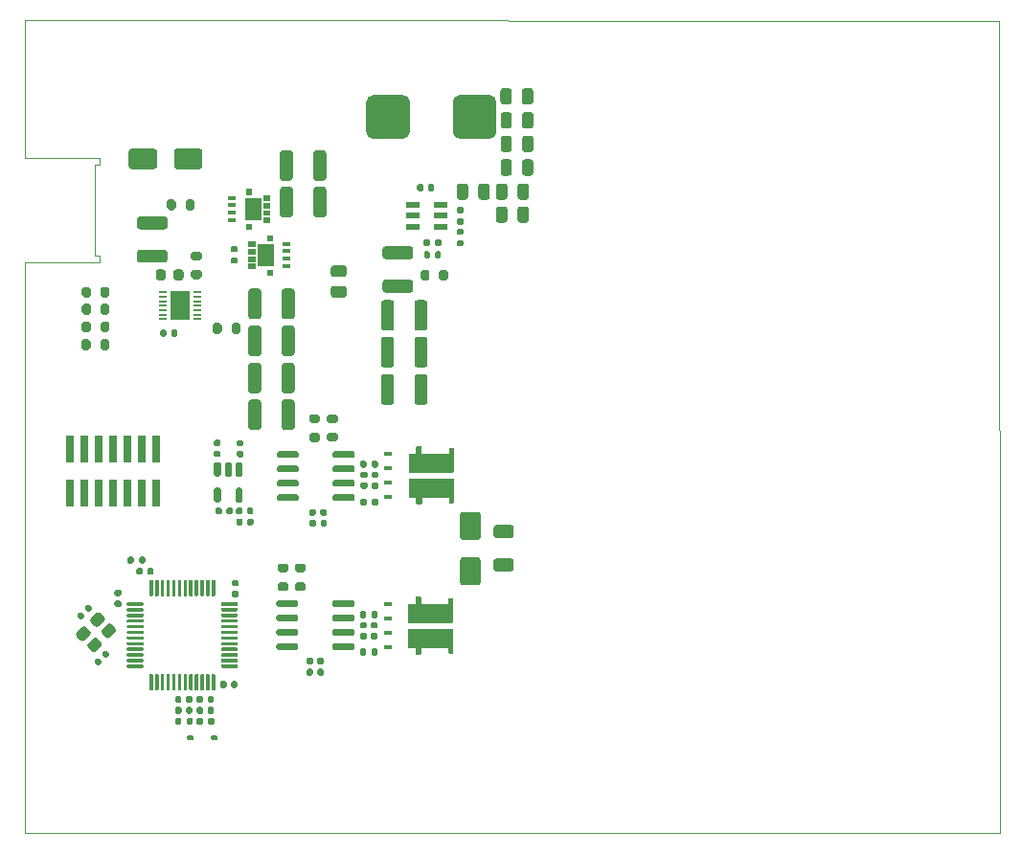
<source format=gtp>
G04 #@! TF.GenerationSoftware,KiCad,Pcbnew,9.0.1+1*
G04 #@! TF.CreationDate,2025-10-09T09:53:37+00:00*
G04 #@! TF.ProjectId,c64psu,63363470-7375-42e6-9b69-6361645f7063,rev?*
G04 #@! TF.SameCoordinates,Original*
G04 #@! TF.FileFunction,Paste,Top*
G04 #@! TF.FilePolarity,Positive*
%FSLAX46Y46*%
G04 Gerber Fmt 4.6, Leading zero omitted, Abs format (unit mm)*
G04 Created by KiCad (PCBNEW 9.0.1+1) date 2025-10-09 09:53:37*
%MOMM*%
%LPD*%
G01*
G04 APERTURE LIST*
G04 #@! TA.AperFunction,Profile*
%ADD10C,0.050000*%
G04 #@! TD*
%ADD11C,0.010000*%
%ADD12R,0.800000X0.200000*%
%ADD13R,1.750000X2.650000*%
%ADD14R,0.700000X0.420000*%
%ADD15R,1.200000X0.600000*%
%ADD16R,0.711200X0.406400*%
%ADD17R,3.987800X1.727200*%
%ADD18R,0.740000X2.400000*%
G04 APERTURE END LIST*
D10*
X219224551Y-37033468D02*
X219250062Y-108900624D01*
X133100087Y-108875624D01*
X133075074Y-58400000D01*
X139675000Y-58400000D01*
X139675000Y-57800000D01*
X139250000Y-57800000D01*
X139250000Y-49750000D01*
X139700000Y-49750000D01*
X139700000Y-49150000D01*
X133075000Y-49150000D01*
X133075000Y-37008468D01*
X219224551Y-37033468D01*
D11*
X153410000Y-56984800D02*
X152860000Y-56984800D01*
X152860000Y-56564800D01*
X153410000Y-56564800D01*
X153410000Y-56984800D01*
G36*
X153410000Y-56984800D02*
G01*
X152860000Y-56984800D01*
X152860000Y-56564800D01*
X153410000Y-56564800D01*
X153410000Y-56984800D01*
G37*
X153410000Y-57214800D02*
X153410000Y-57634800D01*
X152860000Y-57634800D01*
X152860000Y-57214799D01*
X153410000Y-57214800D01*
G36*
X153410000Y-57214800D02*
G01*
X153410000Y-57634800D01*
X152860000Y-57634800D01*
X152860000Y-57214799D01*
X153410000Y-57214800D01*
G37*
X153410000Y-58284800D02*
X152860000Y-58284801D01*
X152860000Y-57864800D01*
X153410000Y-57864800D01*
X153410000Y-58284800D01*
G36*
X153410000Y-58284800D02*
G01*
X152860000Y-58284801D01*
X152860000Y-57864800D01*
X153410000Y-57864800D01*
X153410000Y-58284800D01*
G37*
X153410000Y-58934800D02*
X152860000Y-58934800D01*
X152860000Y-58514800D01*
X153410000Y-58514800D01*
X153410000Y-58934800D01*
G36*
X153410000Y-58934800D02*
G01*
X152860000Y-58934800D01*
X152860000Y-58514800D01*
X153410000Y-58514800D01*
X153410000Y-58934800D01*
G37*
X154909999Y-59499800D02*
X154510001Y-59499800D01*
X154510000Y-59049800D01*
X154910000Y-59049800D01*
X154909999Y-59499800D01*
G36*
X154909999Y-59499800D02*
G01*
X154510001Y-59499800D01*
X154510000Y-59049800D01*
X154910000Y-59049800D01*
X154909999Y-59499800D01*
G37*
X154910000Y-56449800D02*
X154510000Y-56449800D01*
X154510001Y-55999800D01*
X154909999Y-55999800D01*
X154910000Y-56449800D01*
G36*
X154910000Y-56449800D02*
G01*
X154510000Y-56449800D01*
X154510001Y-55999800D01*
X154909999Y-55999800D01*
X154910000Y-56449800D01*
G37*
X155031000Y-58668800D02*
X153689000Y-58668800D01*
X153689000Y-56830800D01*
X155031000Y-56830800D01*
X155031000Y-58668800D01*
G36*
X155031000Y-58668800D02*
G01*
X153689000Y-58668800D01*
X153689000Y-56830800D01*
X155031000Y-56830800D01*
X155031000Y-58668800D01*
G37*
X153886100Y-54591750D02*
X152544100Y-54591750D01*
X152544100Y-52753750D01*
X153886100Y-52753750D01*
X153886100Y-54591750D01*
G36*
X153886100Y-54591750D02*
G01*
X152544100Y-54591750D01*
X152544100Y-52753750D01*
X153886100Y-52753750D01*
X153886100Y-54591750D01*
G37*
X153065099Y-55422750D02*
X152665101Y-55422750D01*
X152665100Y-54972750D01*
X153065100Y-54972750D01*
X153065099Y-55422750D01*
G36*
X153065099Y-55422750D02*
G01*
X152665101Y-55422750D01*
X152665100Y-54972750D01*
X153065100Y-54972750D01*
X153065099Y-55422750D01*
G37*
X153065100Y-52372750D02*
X152665100Y-52372750D01*
X152665101Y-51922750D01*
X153065099Y-51922750D01*
X153065100Y-52372750D01*
G36*
X153065100Y-52372750D02*
G01*
X152665100Y-52372750D01*
X152665101Y-51922750D01*
X153065099Y-51922750D01*
X153065100Y-52372750D01*
G37*
X154715100Y-52907750D02*
X154165100Y-52907750D01*
X154165100Y-52487750D01*
X154715100Y-52487750D01*
X154715100Y-52907750D01*
G36*
X154715100Y-52907750D02*
G01*
X154165100Y-52907750D01*
X154165100Y-52487750D01*
X154715100Y-52487750D01*
X154715100Y-52907750D01*
G37*
X154715100Y-53557750D02*
X154165100Y-53557750D01*
X154165100Y-53137750D01*
X154715100Y-53137749D01*
X154715100Y-53557750D01*
G36*
X154715100Y-53557750D02*
G01*
X154165100Y-53557750D01*
X154165100Y-53137750D01*
X154715100Y-53137749D01*
X154715100Y-53557750D01*
G37*
X154715100Y-54207751D02*
X154165100Y-54207750D01*
X154165100Y-53787750D01*
X154715100Y-53787750D01*
X154715100Y-54207751D01*
G36*
X154715100Y-54207751D02*
G01*
X154165100Y-54207750D01*
X154165100Y-53787750D01*
X154715100Y-53787750D01*
X154715100Y-54207751D01*
G37*
X154715100Y-54857750D02*
X154165100Y-54857750D01*
X154165100Y-54437750D01*
X154715100Y-54437750D01*
X154715100Y-54857750D01*
G36*
X154715100Y-54857750D02*
G01*
X154165100Y-54857750D01*
X154165100Y-54437750D01*
X154715100Y-54437750D01*
X154715100Y-54857750D01*
G37*
G36*
G01*
X162745200Y-79788600D02*
X162745200Y-79418600D01*
G75*
G02*
X162880200Y-79283600I135000J0D01*
G01*
X163150200Y-79283600D01*
G75*
G02*
X163285200Y-79418600I0J-135000D01*
G01*
X163285200Y-79788600D01*
G75*
G02*
X163150200Y-79923600I-135000J0D01*
G01*
X162880200Y-79923600D01*
G75*
G02*
X162745200Y-79788600I0J135000D01*
G01*
G37*
G36*
G01*
X163765200Y-79788600D02*
X163765200Y-79418600D01*
G75*
G02*
X163900200Y-79283600I135000J0D01*
G01*
X164170200Y-79283600D01*
G75*
G02*
X164305200Y-79418600I0J-135000D01*
G01*
X164305200Y-79788600D01*
G75*
G02*
X164170200Y-79923600I-135000J0D01*
G01*
X163900200Y-79923600D01*
G75*
G02*
X163765200Y-79788600I0J135000D01*
G01*
G37*
G36*
G01*
X158266800Y-81653200D02*
X158266800Y-81313200D01*
G75*
G02*
X158406800Y-81173200I140000J0D01*
G01*
X158686800Y-81173200D01*
G75*
G02*
X158826800Y-81313200I0J-140000D01*
G01*
X158826800Y-81653200D01*
G75*
G02*
X158686800Y-81793200I-140000J0D01*
G01*
X158406800Y-81793200D01*
G75*
G02*
X158266800Y-81653200I0J140000D01*
G01*
G37*
G36*
G01*
X159226800Y-81653200D02*
X159226800Y-81313200D01*
G75*
G02*
X159366800Y-81173200I140000J0D01*
G01*
X159646800Y-81173200D01*
G75*
G02*
X159786800Y-81313200I0J-140000D01*
G01*
X159786800Y-81653200D01*
G75*
G02*
X159646800Y-81793200I-140000J0D01*
G01*
X159366800Y-81793200D01*
G75*
G02*
X159226800Y-81653200I0J140000D01*
G01*
G37*
G36*
G01*
X157990000Y-94810400D02*
X157990000Y-94470400D01*
G75*
G02*
X158130000Y-94330400I140000J0D01*
G01*
X158410000Y-94330400D01*
G75*
G02*
X158550000Y-94470400I0J-140000D01*
G01*
X158550000Y-94810400D01*
G75*
G02*
X158410000Y-94950400I-140000J0D01*
G01*
X158130000Y-94950400D01*
G75*
G02*
X157990000Y-94810400I0J140000D01*
G01*
G37*
G36*
G01*
X158950000Y-94810400D02*
X158950000Y-94470400D01*
G75*
G02*
X159090000Y-94330400I140000J0D01*
G01*
X159370000Y-94330400D01*
G75*
G02*
X159510000Y-94470400I0J-140000D01*
G01*
X159510000Y-94810400D01*
G75*
G02*
X159370000Y-94950400I-140000J0D01*
G01*
X159090000Y-94950400D01*
G75*
G02*
X158950000Y-94810400I0J140000D01*
G01*
G37*
G36*
G01*
X174732301Y-54655750D02*
X174732301Y-53705750D01*
G75*
G02*
X174982301Y-53455750I250000J0D01*
G01*
X175482301Y-53455750D01*
G75*
G02*
X175732301Y-53705750I0J-250000D01*
G01*
X175732301Y-54655750D01*
G75*
G02*
X175482301Y-54905750I-250000J0D01*
G01*
X174982301Y-54905750D01*
G75*
G02*
X174732301Y-54655750I0J250000D01*
G01*
G37*
G36*
G01*
X176632299Y-54655750D02*
X176632299Y-53705750D01*
G75*
G02*
X176882299Y-53455750I250000J0D01*
G01*
X177382299Y-53455750D01*
G75*
G02*
X177632299Y-53705750I0J-250000D01*
G01*
X177632299Y-54655750D01*
G75*
G02*
X177382299Y-54905750I-250000J0D01*
G01*
X176882299Y-54905750D01*
G75*
G02*
X176632299Y-54655750I0J250000D01*
G01*
G37*
G36*
G01*
X155350800Y-75562600D02*
X155350800Y-75262600D01*
G75*
G02*
X155500800Y-75112600I150000J0D01*
G01*
X157150800Y-75112600D01*
G75*
G02*
X157300800Y-75262600I0J-150000D01*
G01*
X157300800Y-75562600D01*
G75*
G02*
X157150800Y-75712600I-150000J0D01*
G01*
X155500800Y-75712600D01*
G75*
G02*
X155350800Y-75562600I0J150000D01*
G01*
G37*
G36*
G01*
X155350800Y-76832600D02*
X155350800Y-76532600D01*
G75*
G02*
X155500800Y-76382600I150000J0D01*
G01*
X157150800Y-76382600D01*
G75*
G02*
X157300800Y-76532600I0J-150000D01*
G01*
X157300800Y-76832600D01*
G75*
G02*
X157150800Y-76982600I-150000J0D01*
G01*
X155500800Y-76982600D01*
G75*
G02*
X155350800Y-76832600I0J150000D01*
G01*
G37*
G36*
G01*
X155350800Y-78102600D02*
X155350800Y-77802600D01*
G75*
G02*
X155500800Y-77652600I150000J0D01*
G01*
X157150800Y-77652600D01*
G75*
G02*
X157300800Y-77802600I0J-150000D01*
G01*
X157300800Y-78102600D01*
G75*
G02*
X157150800Y-78252600I-150000J0D01*
G01*
X155500800Y-78252600D01*
G75*
G02*
X155350800Y-78102600I0J150000D01*
G01*
G37*
G36*
G01*
X155350800Y-79372600D02*
X155350800Y-79072600D01*
G75*
G02*
X155500800Y-78922600I150000J0D01*
G01*
X157150800Y-78922600D01*
G75*
G02*
X157300800Y-79072600I0J-150000D01*
G01*
X157300800Y-79372600D01*
G75*
G02*
X157150800Y-79522600I-150000J0D01*
G01*
X155500800Y-79522600D01*
G75*
G02*
X155350800Y-79372600I0J150000D01*
G01*
G37*
G36*
G01*
X160300800Y-79372600D02*
X160300800Y-79072600D01*
G75*
G02*
X160450800Y-78922600I150000J0D01*
G01*
X162100800Y-78922600D01*
G75*
G02*
X162250800Y-79072600I0J-150000D01*
G01*
X162250800Y-79372600D01*
G75*
G02*
X162100800Y-79522600I-150000J0D01*
G01*
X160450800Y-79522600D01*
G75*
G02*
X160300800Y-79372600I0J150000D01*
G01*
G37*
G36*
G01*
X160300800Y-78102600D02*
X160300800Y-77802600D01*
G75*
G02*
X160450800Y-77652600I150000J0D01*
G01*
X162100800Y-77652600D01*
G75*
G02*
X162250800Y-77802600I0J-150000D01*
G01*
X162250800Y-78102600D01*
G75*
G02*
X162100800Y-78252600I-150000J0D01*
G01*
X160450800Y-78252600D01*
G75*
G02*
X160300800Y-78102600I0J150000D01*
G01*
G37*
G36*
G01*
X160300800Y-76832600D02*
X160300800Y-76532600D01*
G75*
G02*
X160450800Y-76382600I150000J0D01*
G01*
X162100800Y-76382600D01*
G75*
G02*
X162250800Y-76532600I0J-150000D01*
G01*
X162250800Y-76832600D01*
G75*
G02*
X162100800Y-76982600I-150000J0D01*
G01*
X160450800Y-76982600D01*
G75*
G02*
X160300800Y-76832600I0J150000D01*
G01*
G37*
G36*
G01*
X160300800Y-75562600D02*
X160300800Y-75262600D01*
G75*
G02*
X160450800Y-75112600I150000J0D01*
G01*
X162100800Y-75112600D01*
G75*
G02*
X162250800Y-75262600I0J-150000D01*
G01*
X162250800Y-75562600D01*
G75*
G02*
X162100800Y-75712600I-150000J0D01*
G01*
X160450800Y-75712600D01*
G75*
G02*
X160300800Y-75562600I0J150000D01*
G01*
G37*
G36*
G01*
X175138701Y-50490150D02*
X175138701Y-49540150D01*
G75*
G02*
X175388701Y-49290150I250000J0D01*
G01*
X175888701Y-49290150D01*
G75*
G02*
X176138701Y-49540150I0J-250000D01*
G01*
X176138701Y-50490150D01*
G75*
G02*
X175888701Y-50740150I-250000J0D01*
G01*
X175388701Y-50740150D01*
G75*
G02*
X175138701Y-50490150I0J250000D01*
G01*
G37*
G36*
G01*
X177038699Y-50490150D02*
X177038699Y-49540150D01*
G75*
G02*
X177288699Y-49290150I250000J0D01*
G01*
X177788699Y-49290150D01*
G75*
G02*
X178038699Y-49540150I0J-250000D01*
G01*
X178038699Y-50490150D01*
G75*
G02*
X177788699Y-50740150I-250000J0D01*
G01*
X177288699Y-50740150D01*
G75*
G02*
X177038699Y-50490150I0J250000D01*
G01*
G37*
G36*
G01*
X156939201Y-60977600D02*
X156939201Y-63177600D01*
G75*
G02*
X156689201Y-63427600I-250000J0D01*
G01*
X156039201Y-63427600D01*
G75*
G02*
X155789201Y-63177600I0J250000D01*
G01*
X155789201Y-60977600D01*
G75*
G02*
X156039201Y-60727600I250000J0D01*
G01*
X156689201Y-60727600D01*
G75*
G02*
X156939201Y-60977600I0J-250000D01*
G01*
G37*
G36*
G01*
X153989199Y-60977600D02*
X153989199Y-63177600D01*
G75*
G02*
X153739199Y-63427600I-250000J0D01*
G01*
X153089199Y-63427600D01*
G75*
G02*
X152839199Y-63177600I0J250000D01*
G01*
X152839199Y-60977600D01*
G75*
G02*
X153089199Y-60727600I250000J0D01*
G01*
X153739199Y-60727600D01*
G75*
G02*
X153989199Y-60977600I0J-250000D01*
G01*
G37*
G36*
G01*
X163187200Y-91742800D02*
X162847200Y-91742800D01*
G75*
G02*
X162707200Y-91602800I0J140000D01*
G01*
X162707200Y-91322800D01*
G75*
G02*
X162847200Y-91182800I140000J0D01*
G01*
X163187200Y-91182800D01*
G75*
G02*
X163327200Y-91322800I0J-140000D01*
G01*
X163327200Y-91602800D01*
G75*
G02*
X163187200Y-91742800I-140000J0D01*
G01*
G37*
G36*
G01*
X163187200Y-90782800D02*
X162847200Y-90782800D01*
G75*
G02*
X162707200Y-90642800I0J140000D01*
G01*
X162707200Y-90362800D01*
G75*
G02*
X162847200Y-90222800I140000J0D01*
G01*
X163187200Y-90222800D01*
G75*
G02*
X163327200Y-90362800I0J-140000D01*
G01*
X163327200Y-90642800D01*
G75*
G02*
X163187200Y-90782800I-140000J0D01*
G01*
G37*
G36*
G01*
X144665000Y-59766250D02*
X144665000Y-59253750D01*
G75*
G02*
X144883750Y-59035000I218750J0D01*
G01*
X145321250Y-59035000D01*
G75*
G02*
X145540000Y-59253750I0J-218750D01*
G01*
X145540000Y-59766250D01*
G75*
G02*
X145321250Y-59985000I-218750J0D01*
G01*
X144883750Y-59985000D01*
G75*
G02*
X144665000Y-59766250I0J218750D01*
G01*
G37*
G36*
G01*
X146240000Y-59766250D02*
X146240000Y-59253750D01*
G75*
G02*
X146458750Y-59035000I218750J0D01*
G01*
X146896250Y-59035000D01*
G75*
G02*
X147115000Y-59253750I0J-218750D01*
G01*
X147115000Y-59766250D01*
G75*
G02*
X146896250Y-59985000I-218750J0D01*
G01*
X146458750Y-59985000D01*
G75*
G02*
X146240000Y-59766250I0J218750D01*
G01*
G37*
G36*
G01*
X151454499Y-80227700D02*
X151454499Y-80567700D01*
G75*
G02*
X151314499Y-80707700I-140000J0D01*
G01*
X151034499Y-80707700D01*
G75*
G02*
X150894499Y-80567700I0J140000D01*
G01*
X150894499Y-80227700D01*
G75*
G02*
X151034499Y-80087700I140000J0D01*
G01*
X151314499Y-80087700D01*
G75*
G02*
X151454499Y-80227700I0J-140000D01*
G01*
G37*
G36*
G01*
X150494499Y-80227700D02*
X150494499Y-80567700D01*
G75*
G02*
X150354499Y-80707700I-140000J0D01*
G01*
X150074499Y-80707700D01*
G75*
G02*
X149934499Y-80567700I0J140000D01*
G01*
X149934499Y-80227700D01*
G75*
G02*
X150074499Y-80087700I140000J0D01*
G01*
X150354499Y-80087700D01*
G75*
G02*
X150494499Y-80227700I0J-140000D01*
G01*
G37*
D12*
X148317500Y-63436750D03*
X148317500Y-63036750D03*
X148317500Y-62636750D03*
X148317500Y-62236750D03*
X148317500Y-61836750D03*
X148317500Y-61436750D03*
X148317500Y-61036750D03*
X145317500Y-61036750D03*
X145317500Y-61436750D03*
X145317500Y-61836750D03*
X145317500Y-62236750D03*
X145317500Y-62636750D03*
X145317500Y-63036750D03*
X145317500Y-63436750D03*
D13*
X146817500Y-62236750D03*
G36*
G01*
X162694400Y-89745400D02*
X162694400Y-89375400D01*
G75*
G02*
X162829400Y-89240400I135000J0D01*
G01*
X163099400Y-89240400D01*
G75*
G02*
X163234400Y-89375400I0J-135000D01*
G01*
X163234400Y-89745400D01*
G75*
G02*
X163099400Y-89880400I-135000J0D01*
G01*
X162829400Y-89880400D01*
G75*
G02*
X162694400Y-89745400I0J135000D01*
G01*
G37*
G36*
G01*
X163714400Y-89745400D02*
X163714400Y-89375400D01*
G75*
G02*
X163849400Y-89240400I135000J0D01*
G01*
X164119400Y-89240400D01*
G75*
G02*
X164254400Y-89375400I0J-135000D01*
G01*
X164254400Y-89745400D01*
G75*
G02*
X164119400Y-89880400I-135000J0D01*
G01*
X163849400Y-89880400D01*
G75*
G02*
X163714400Y-89745400I0J135000D01*
G01*
G37*
G36*
G01*
X158974200Y-74287600D02*
X158424200Y-74287600D01*
G75*
G02*
X158224200Y-74087600I0J200000D01*
G01*
X158224200Y-73687600D01*
G75*
G02*
X158424200Y-73487600I200000J0D01*
G01*
X158974200Y-73487600D01*
G75*
G02*
X159174200Y-73687600I0J-200000D01*
G01*
X159174200Y-74087600D01*
G75*
G02*
X158974200Y-74287600I-200000J0D01*
G01*
G37*
G36*
G01*
X158974200Y-72637600D02*
X158424200Y-72637600D01*
G75*
G02*
X158224200Y-72437600I0J200000D01*
G01*
X158224200Y-72037600D01*
G75*
G02*
X158424200Y-71837600I200000J0D01*
G01*
X158974200Y-71837600D01*
G75*
G02*
X159174200Y-72037600I0J-200000D01*
G01*
X159174200Y-72437600D01*
G75*
G02*
X158974200Y-72637600I-200000J0D01*
G01*
G37*
G36*
G01*
X160549000Y-74275400D02*
X159999000Y-74275400D01*
G75*
G02*
X159799000Y-74075400I0J200000D01*
G01*
X159799000Y-73675400D01*
G75*
G02*
X159999000Y-73475400I200000J0D01*
G01*
X160549000Y-73475400D01*
G75*
G02*
X160749000Y-73675400I0J-200000D01*
G01*
X160749000Y-74075400D01*
G75*
G02*
X160549000Y-74275400I-200000J0D01*
G01*
G37*
G36*
G01*
X160549000Y-72625400D02*
X159999000Y-72625400D01*
G75*
G02*
X159799000Y-72425400I0J200000D01*
G01*
X159799000Y-72025400D01*
G75*
G02*
X159999000Y-71825400I200000J0D01*
G01*
X160549000Y-71825400D01*
G75*
G02*
X160749000Y-72025400I0J-200000D01*
G01*
X160749000Y-72425400D01*
G75*
G02*
X160549000Y-72625400I-200000J0D01*
G01*
G37*
G36*
G01*
X140577300Y-60763750D02*
X140577300Y-61313750D01*
G75*
G02*
X140377300Y-61513750I-200000J0D01*
G01*
X139977300Y-61513750D01*
G75*
G02*
X139777300Y-61313750I0J200000D01*
G01*
X139777300Y-60763750D01*
G75*
G02*
X139977300Y-60563750I200000J0D01*
G01*
X140377300Y-60563750D01*
G75*
G02*
X140577300Y-60763750I0J-200000D01*
G01*
G37*
G36*
G01*
X138927300Y-60763750D02*
X138927300Y-61313750D01*
G75*
G02*
X138727300Y-61513750I-200000J0D01*
G01*
X138327300Y-61513750D01*
G75*
G02*
X138127300Y-61313750I0J200000D01*
G01*
X138127300Y-60763750D01*
G75*
G02*
X138327300Y-60563750I200000J0D01*
G01*
X138727300Y-60563750D01*
G75*
G02*
X138927300Y-60763750I0J-200000D01*
G01*
G37*
G36*
G01*
X175123500Y-44190950D02*
X175123500Y-43240950D01*
G75*
G02*
X175373500Y-42990950I250000J0D01*
G01*
X175873500Y-42990950D01*
G75*
G02*
X176123500Y-43240950I0J-250000D01*
G01*
X176123500Y-44190950D01*
G75*
G02*
X175873500Y-44440950I-250000J0D01*
G01*
X175373500Y-44440950D01*
G75*
G02*
X175123500Y-44190950I0J250000D01*
G01*
G37*
G36*
G01*
X177023498Y-44190950D02*
X177023498Y-43240950D01*
G75*
G02*
X177273498Y-42990950I250000J0D01*
G01*
X177773498Y-42990950D01*
G75*
G02*
X178023498Y-43240950I0J-250000D01*
G01*
X178023498Y-44190950D01*
G75*
G02*
X177773498Y-44440950I-250000J0D01*
G01*
X177273498Y-44440950D01*
G75*
G02*
X177023498Y-44190950I0J250000D01*
G01*
G37*
G36*
G01*
X158244000Y-80688000D02*
X158244000Y-80348000D01*
G75*
G02*
X158384000Y-80208000I140000J0D01*
G01*
X158664000Y-80208000D01*
G75*
G02*
X158804000Y-80348000I0J-140000D01*
G01*
X158804000Y-80688000D01*
G75*
G02*
X158664000Y-80828000I-140000J0D01*
G01*
X158384000Y-80828000D01*
G75*
G02*
X158244000Y-80688000I0J140000D01*
G01*
G37*
G36*
G01*
X159204000Y-80688000D02*
X159204000Y-80348000D01*
G75*
G02*
X159344000Y-80208000I140000J0D01*
G01*
X159624000Y-80208000D01*
G75*
G02*
X159764000Y-80348000I0J-140000D01*
G01*
X159764000Y-80688000D01*
G75*
G02*
X159624000Y-80828000I-140000J0D01*
G01*
X159344000Y-80828000D01*
G75*
G02*
X159204000Y-80688000I0J140000D01*
G01*
G37*
G36*
G01*
X151410100Y-56958750D02*
X151780100Y-56958750D01*
G75*
G02*
X151915100Y-57093750I0J-135000D01*
G01*
X151915100Y-57363750D01*
G75*
G02*
X151780100Y-57498750I-135000J0D01*
G01*
X151410100Y-57498750D01*
G75*
G02*
X151275100Y-57363750I0J135000D01*
G01*
X151275100Y-57093750D01*
G75*
G02*
X151410100Y-56958750I135000J0D01*
G01*
G37*
G36*
G01*
X151410100Y-57978748D02*
X151780100Y-57978748D01*
G75*
G02*
X151915100Y-58113748I0J-135000D01*
G01*
X151915100Y-58383748D01*
G75*
G02*
X151780100Y-58518748I-135000J0D01*
G01*
X151410100Y-58518748D01*
G75*
G02*
X151275100Y-58383748I0J135000D01*
G01*
X151275100Y-58113748D01*
G75*
G02*
X151410100Y-57978748I135000J0D01*
G01*
G37*
G36*
G01*
X157704200Y-87483400D02*
X157154200Y-87483400D01*
G75*
G02*
X156954200Y-87283400I0J200000D01*
G01*
X156954200Y-86883400D01*
G75*
G02*
X157154200Y-86683400I200000J0D01*
G01*
X157704200Y-86683400D01*
G75*
G02*
X157904200Y-86883400I0J-200000D01*
G01*
X157904200Y-87283400D01*
G75*
G02*
X157704200Y-87483400I-200000J0D01*
G01*
G37*
G36*
G01*
X157704200Y-85833400D02*
X157154200Y-85833400D01*
G75*
G02*
X156954200Y-85633400I0J200000D01*
G01*
X156954200Y-85233400D01*
G75*
G02*
X157154200Y-85033400I200000J0D01*
G01*
X157704200Y-85033400D01*
G75*
G02*
X157904200Y-85233400I0J-200000D01*
G01*
X157904200Y-85633400D01*
G75*
G02*
X157704200Y-85833400I-200000J0D01*
G01*
G37*
G36*
G01*
X168674001Y-61993600D02*
X168674001Y-64193600D01*
G75*
G02*
X168424001Y-64443600I-250000J0D01*
G01*
X167774001Y-64443600D01*
G75*
G02*
X167524001Y-64193600I0J250000D01*
G01*
X167524001Y-61993600D01*
G75*
G02*
X167774001Y-61743600I250000J0D01*
G01*
X168424001Y-61743600D01*
G75*
G02*
X168674001Y-61993600I0J-250000D01*
G01*
G37*
G36*
G01*
X165723999Y-61993600D02*
X165723999Y-64193600D01*
G75*
G02*
X165473999Y-64443600I-250000J0D01*
G01*
X164823999Y-64443600D01*
G75*
G02*
X164573999Y-64193600I0J250000D01*
G01*
X164573999Y-61993600D01*
G75*
G02*
X164823999Y-61743600I250000J0D01*
G01*
X165473999Y-61743600D01*
G75*
G02*
X165723999Y-61993600I0J-250000D01*
G01*
G37*
G36*
G01*
X148282200Y-98197000D02*
X148282200Y-97857000D01*
G75*
G02*
X148422200Y-97717000I140000J0D01*
G01*
X148702200Y-97717000D01*
G75*
G02*
X148842200Y-97857000I0J-140000D01*
G01*
X148842200Y-98197000D01*
G75*
G02*
X148702200Y-98337000I-140000J0D01*
G01*
X148422200Y-98337000D01*
G75*
G02*
X148282200Y-98197000I0J140000D01*
G01*
G37*
G36*
G01*
X149242200Y-98197000D02*
X149242200Y-97857000D01*
G75*
G02*
X149382200Y-97717000I140000J0D01*
G01*
X149662200Y-97717000D01*
G75*
G02*
X149802200Y-97857000I0J-140000D01*
G01*
X149802200Y-98197000D01*
G75*
G02*
X149662200Y-98337000I-140000J0D01*
G01*
X149382200Y-98337000D01*
G75*
G02*
X149242200Y-98197000I0J140000D01*
G01*
G37*
G36*
G01*
X163812400Y-90222800D02*
X164152400Y-90222800D01*
G75*
G02*
X164292400Y-90362800I0J-140000D01*
G01*
X164292400Y-90642800D01*
G75*
G02*
X164152400Y-90782800I-140000J0D01*
G01*
X163812400Y-90782800D01*
G75*
G02*
X163672400Y-90642800I0J140000D01*
G01*
X163672400Y-90362800D01*
G75*
G02*
X163812400Y-90222800I140000J0D01*
G01*
G37*
G36*
G01*
X163812400Y-91182800D02*
X164152400Y-91182800D01*
G75*
G02*
X164292400Y-91322800I0J-140000D01*
G01*
X164292400Y-91602800D01*
G75*
G02*
X164152400Y-91742800I-140000J0D01*
G01*
X163812400Y-91742800D01*
G75*
G02*
X163672400Y-91602800I0J140000D01*
G01*
X163672400Y-91322800D01*
G75*
G02*
X163812400Y-91182800I140000J0D01*
G01*
G37*
G36*
G01*
X171374500Y-53504350D02*
X171744500Y-53504350D01*
G75*
G02*
X171879500Y-53639350I0J-135000D01*
G01*
X171879500Y-53909350D01*
G75*
G02*
X171744500Y-54044350I-135000J0D01*
G01*
X171374500Y-54044350D01*
G75*
G02*
X171239500Y-53909350I0J135000D01*
G01*
X171239500Y-53639350D01*
G75*
G02*
X171374500Y-53504350I135000J0D01*
G01*
G37*
G36*
G01*
X171374500Y-54524348D02*
X171744500Y-54524348D01*
G75*
G02*
X171879500Y-54659348I0J-135000D01*
G01*
X171879500Y-54929348D01*
G75*
G02*
X171744500Y-55064348I-135000J0D01*
G01*
X171374500Y-55064348D01*
G75*
G02*
X171239500Y-54929348I0J135000D01*
G01*
X171239500Y-54659348D01*
G75*
G02*
X171374500Y-54524348I135000J0D01*
G01*
G37*
G36*
G01*
X137957007Y-89997809D02*
X137716591Y-89757393D01*
G75*
G02*
X137716591Y-89559403I98995J98995D01*
G01*
X137914581Y-89361413D01*
G75*
G02*
X138112571Y-89361413I98995J-98995D01*
G01*
X138352987Y-89601829D01*
G75*
G02*
X138352987Y-89799819I-98995J-98995D01*
G01*
X138154997Y-89997809D01*
G75*
G02*
X137957007Y-89997809I-98995J98995D01*
G01*
G37*
G36*
G01*
X138635829Y-89318987D02*
X138395413Y-89078571D01*
G75*
G02*
X138395413Y-88880581I98995J98995D01*
G01*
X138593403Y-88682591D01*
G75*
G02*
X138791393Y-88682591I98995J-98995D01*
G01*
X139031809Y-88923007D01*
G75*
G02*
X139031809Y-89120997I-98995J-98995D01*
G01*
X138833819Y-89318987D01*
G75*
G02*
X138635829Y-89318987I-98995J98995D01*
G01*
G37*
G36*
G01*
X145645700Y-53592150D02*
X145645700Y-53042150D01*
G75*
G02*
X145845700Y-52842150I200000J0D01*
G01*
X146245700Y-52842150D01*
G75*
G02*
X146445700Y-53042150I0J-200000D01*
G01*
X146445700Y-53592150D01*
G75*
G02*
X146245700Y-53792150I-200000J0D01*
G01*
X145845700Y-53792150D01*
G75*
G02*
X145645700Y-53592150I0J200000D01*
G01*
G37*
G36*
G01*
X147295700Y-53592150D02*
X147295700Y-53042150D01*
G75*
G02*
X147495700Y-52842150I200000J0D01*
G01*
X147895700Y-52842150D01*
G75*
G02*
X148095700Y-53042150I0J-200000D01*
G01*
X148095700Y-53592150D01*
G75*
G02*
X147895700Y-53792150I-200000J0D01*
G01*
X147495700Y-53792150D01*
G75*
G02*
X147295700Y-53592150I0J200000D01*
G01*
G37*
G36*
G01*
X171374500Y-55432751D02*
X171744500Y-55432751D01*
G75*
G02*
X171879500Y-55567751I0J-135000D01*
G01*
X171879500Y-55837751D01*
G75*
G02*
X171744500Y-55972751I-135000J0D01*
G01*
X171374500Y-55972751D01*
G75*
G02*
X171239500Y-55837751I0J135000D01*
G01*
X171239500Y-55567751D01*
G75*
G02*
X171374500Y-55432751I135000J0D01*
G01*
G37*
G36*
G01*
X171374500Y-56452749D02*
X171744500Y-56452749D01*
G75*
G02*
X171879500Y-56587749I0J-135000D01*
G01*
X171879500Y-56857749D01*
G75*
G02*
X171744500Y-56992749I-135000J0D01*
G01*
X171374500Y-56992749D01*
G75*
G02*
X171239500Y-56857749I0J135000D01*
G01*
X171239500Y-56587749D01*
G75*
G02*
X171374500Y-56452749I135000J0D01*
G01*
G37*
G36*
G01*
X140569400Y-63834600D02*
X140569400Y-64384600D01*
G75*
G02*
X140369400Y-64584600I-200000J0D01*
G01*
X139969400Y-64584600D01*
G75*
G02*
X139769400Y-64384600I0J200000D01*
G01*
X139769400Y-63834600D01*
G75*
G02*
X139969400Y-63634600I200000J0D01*
G01*
X140369400Y-63634600D01*
G75*
G02*
X140569400Y-63834600I0J-200000D01*
G01*
G37*
G36*
G01*
X138919400Y-63834600D02*
X138919400Y-64384600D01*
G75*
G02*
X138719400Y-64584600I-200000J0D01*
G01*
X138319400Y-64584600D01*
G75*
G02*
X138119400Y-64384600I0J200000D01*
G01*
X138119400Y-63834600D01*
G75*
G02*
X138319400Y-63634600I200000J0D01*
G01*
X138719400Y-63634600D01*
G75*
G02*
X138919400Y-63834600I0J-200000D01*
G01*
G37*
G36*
G01*
X142281098Y-49903150D02*
X142281098Y-48603150D01*
G75*
G02*
X142531098Y-48353150I250000J0D01*
G01*
X144531098Y-48353150D01*
G75*
G02*
X144781098Y-48603150I0J-250000D01*
G01*
X144781098Y-49903150D01*
G75*
G02*
X144531098Y-50153150I-250000J0D01*
G01*
X142531098Y-50153150D01*
G75*
G02*
X142281098Y-49903150I0J250000D01*
G01*
G37*
G36*
G01*
X146281100Y-49903150D02*
X146281100Y-48603150D01*
G75*
G02*
X146531100Y-48353150I250000J0D01*
G01*
X148531100Y-48353150D01*
G75*
G02*
X148781100Y-48603150I0J-250000D01*
G01*
X148781100Y-49903150D01*
G75*
G02*
X148531100Y-50153150I-250000J0D01*
G01*
X146531100Y-50153150D01*
G75*
G02*
X146281100Y-49903150I0J250000D01*
G01*
G37*
G36*
G01*
X150254899Y-75620500D02*
X149914899Y-75620500D01*
G75*
G02*
X149774899Y-75480500I0J140000D01*
G01*
X149774899Y-75200500D01*
G75*
G02*
X149914899Y-75060500I140000J0D01*
G01*
X150254899Y-75060500D01*
G75*
G02*
X150394899Y-75200500I0J-140000D01*
G01*
X150394899Y-75480500D01*
G75*
G02*
X150254899Y-75620500I-140000J0D01*
G01*
G37*
G36*
G01*
X150254899Y-74660500D02*
X149914899Y-74660500D01*
G75*
G02*
X149774899Y-74520500I0J140000D01*
G01*
X149774899Y-74240500D01*
G75*
G02*
X149914899Y-74100500I140000J0D01*
G01*
X150254899Y-74100500D01*
G75*
G02*
X150394899Y-74240500I0J-140000D01*
G01*
X150394899Y-74520500D01*
G75*
G02*
X150254899Y-74660500I-140000J0D01*
G01*
G37*
D14*
X156210000Y-58724800D03*
X156210000Y-58074800D03*
X156210000Y-57424800D03*
X156210000Y-56774800D03*
G36*
G01*
X174177899Y-51673750D02*
X174177899Y-52623750D01*
G75*
G02*
X173927899Y-52873750I-250000J0D01*
G01*
X173427899Y-52873750D01*
G75*
G02*
X173177899Y-52623750I0J250000D01*
G01*
X173177899Y-51673750D01*
G75*
G02*
X173427899Y-51423750I250000J0D01*
G01*
X173927899Y-51423750D01*
G75*
G02*
X174177899Y-51673750I0J-250000D01*
G01*
G37*
G36*
G01*
X172277901Y-51673750D02*
X172277901Y-52623750D01*
G75*
G02*
X172027901Y-52873750I-250000J0D01*
G01*
X171527901Y-52873750D01*
G75*
G02*
X171277901Y-52623750I0J250000D01*
G01*
X171277901Y-51673750D01*
G75*
G02*
X171527901Y-51423750I250000J0D01*
G01*
X172027901Y-51423750D01*
G75*
G02*
X172277901Y-51673750I0J-250000D01*
G01*
G37*
G36*
G01*
X152286899Y-75643300D02*
X151946899Y-75643300D01*
G75*
G02*
X151806899Y-75503300I0J140000D01*
G01*
X151806899Y-75223300D01*
G75*
G02*
X151946899Y-75083300I140000J0D01*
G01*
X152286899Y-75083300D01*
G75*
G02*
X152426899Y-75223300I0J-140000D01*
G01*
X152426899Y-75503300D01*
G75*
G02*
X152286899Y-75643300I-140000J0D01*
G01*
G37*
G36*
G01*
X152286899Y-74683300D02*
X151946899Y-74683300D01*
G75*
G02*
X151806899Y-74543300I0J140000D01*
G01*
X151806899Y-74263300D01*
G75*
G02*
X151946899Y-74123300I140000J0D01*
G01*
X152286899Y-74123300D01*
G75*
G02*
X152426899Y-74263300I0J-140000D01*
G01*
X152426899Y-74543300D01*
G75*
G02*
X152286899Y-74683300I-140000J0D01*
G01*
G37*
G36*
G01*
X147899800Y-97857000D02*
X147899800Y-98197000D01*
G75*
G02*
X147759800Y-98337000I-140000J0D01*
G01*
X147479800Y-98337000D01*
G75*
G02*
X147339800Y-98197000I0J140000D01*
G01*
X147339800Y-97857000D01*
G75*
G02*
X147479800Y-97717000I140000J0D01*
G01*
X147759800Y-97717000D01*
G75*
G02*
X147899800Y-97857000I0J-140000D01*
G01*
G37*
G36*
G01*
X146939800Y-97857000D02*
X146939800Y-98197000D01*
G75*
G02*
X146799800Y-98337000I-140000J0D01*
G01*
X146519800Y-98337000D01*
G75*
G02*
X146379800Y-98197000I0J140000D01*
G01*
X146379800Y-97857000D01*
G75*
G02*
X146519800Y-97717000I140000J0D01*
G01*
X146799800Y-97717000D01*
G75*
G02*
X146939800Y-97857000I0J-140000D01*
G01*
G37*
G36*
G01*
X149822199Y-98807200D02*
X149822199Y-99177200D01*
G75*
G02*
X149687199Y-99312200I-135000J0D01*
G01*
X149417199Y-99312200D01*
G75*
G02*
X149282199Y-99177200I0J135000D01*
G01*
X149282199Y-98807200D01*
G75*
G02*
X149417199Y-98672200I135000J0D01*
G01*
X149687199Y-98672200D01*
G75*
G02*
X149822199Y-98807200I0J-135000D01*
G01*
G37*
G36*
G01*
X148802201Y-98807200D02*
X148802201Y-99177200D01*
G75*
G02*
X148667201Y-99312200I-135000J0D01*
G01*
X148397201Y-99312200D01*
G75*
G02*
X148262201Y-99177200I0J135000D01*
G01*
X148262201Y-98807200D01*
G75*
G02*
X148397201Y-98672200I135000J0D01*
G01*
X148667201Y-98672200D01*
G75*
G02*
X148802201Y-98807200I0J-135000D01*
G01*
G37*
G36*
G01*
X160382800Y-58671400D02*
X161282800Y-58671400D01*
G75*
G02*
X161532800Y-58921400I0J-250000D01*
G01*
X161532800Y-59446400D01*
G75*
G02*
X161282800Y-59696400I-250000J0D01*
G01*
X160382800Y-59696400D01*
G75*
G02*
X160132800Y-59446400I0J250000D01*
G01*
X160132800Y-58921400D01*
G75*
G02*
X160382800Y-58671400I250000J0D01*
G01*
G37*
G36*
G01*
X160382800Y-60496400D02*
X161282800Y-60496400D01*
G75*
G02*
X161532800Y-60746400I0J-250000D01*
G01*
X161532800Y-61271400D01*
G75*
G02*
X161282800Y-61521400I-250000J0D01*
G01*
X160382800Y-61521400D01*
G75*
G02*
X160132800Y-61271400I0J250000D01*
G01*
X160132800Y-60746400D01*
G75*
G02*
X160382800Y-60496400I250000J0D01*
G01*
G37*
G36*
G01*
X142110200Y-88697200D02*
X142110200Y-88547200D01*
G75*
G02*
X142185200Y-88472200I75000J0D01*
G01*
X143510200Y-88472200D01*
G75*
G02*
X143585200Y-88547200I0J-75000D01*
G01*
X143585200Y-88697200D01*
G75*
G02*
X143510200Y-88772200I-75000J0D01*
G01*
X142185200Y-88772200D01*
G75*
G02*
X142110200Y-88697200I0J75000D01*
G01*
G37*
G36*
G01*
X142110200Y-89197200D02*
X142110200Y-89047200D01*
G75*
G02*
X142185200Y-88972200I75000J0D01*
G01*
X143510200Y-88972200D01*
G75*
G02*
X143585200Y-89047200I0J-75000D01*
G01*
X143585200Y-89197200D01*
G75*
G02*
X143510200Y-89272200I-75000J0D01*
G01*
X142185200Y-89272200D01*
G75*
G02*
X142110200Y-89197200I0J75000D01*
G01*
G37*
G36*
G01*
X142110200Y-89697200D02*
X142110200Y-89547200D01*
G75*
G02*
X142185200Y-89472200I75000J0D01*
G01*
X143510200Y-89472200D01*
G75*
G02*
X143585200Y-89547200I0J-75000D01*
G01*
X143585200Y-89697200D01*
G75*
G02*
X143510200Y-89772200I-75000J0D01*
G01*
X142185200Y-89772200D01*
G75*
G02*
X142110200Y-89697200I0J75000D01*
G01*
G37*
G36*
G01*
X142110200Y-90197200D02*
X142110200Y-90047200D01*
G75*
G02*
X142185200Y-89972200I75000J0D01*
G01*
X143510200Y-89972200D01*
G75*
G02*
X143585200Y-90047200I0J-75000D01*
G01*
X143585200Y-90197200D01*
G75*
G02*
X143510200Y-90272200I-75000J0D01*
G01*
X142185200Y-90272200D01*
G75*
G02*
X142110200Y-90197200I0J75000D01*
G01*
G37*
G36*
G01*
X142110200Y-90697200D02*
X142110200Y-90547200D01*
G75*
G02*
X142185200Y-90472200I75000J0D01*
G01*
X143510200Y-90472200D01*
G75*
G02*
X143585200Y-90547200I0J-75000D01*
G01*
X143585200Y-90697200D01*
G75*
G02*
X143510200Y-90772200I-75000J0D01*
G01*
X142185200Y-90772200D01*
G75*
G02*
X142110200Y-90697200I0J75000D01*
G01*
G37*
G36*
G01*
X142110200Y-91197200D02*
X142110200Y-91047200D01*
G75*
G02*
X142185200Y-90972200I75000J0D01*
G01*
X143510200Y-90972200D01*
G75*
G02*
X143585200Y-91047200I0J-75000D01*
G01*
X143585200Y-91197200D01*
G75*
G02*
X143510200Y-91272200I-75000J0D01*
G01*
X142185200Y-91272200D01*
G75*
G02*
X142110200Y-91197200I0J75000D01*
G01*
G37*
G36*
G01*
X142110200Y-91697200D02*
X142110200Y-91547200D01*
G75*
G02*
X142185200Y-91472200I75000J0D01*
G01*
X143510200Y-91472200D01*
G75*
G02*
X143585200Y-91547200I0J-75000D01*
G01*
X143585200Y-91697200D01*
G75*
G02*
X143510200Y-91772200I-75000J0D01*
G01*
X142185200Y-91772200D01*
G75*
G02*
X142110200Y-91697200I0J75000D01*
G01*
G37*
G36*
G01*
X142110200Y-92197200D02*
X142110200Y-92047200D01*
G75*
G02*
X142185200Y-91972200I75000J0D01*
G01*
X143510200Y-91972200D01*
G75*
G02*
X143585200Y-92047200I0J-75000D01*
G01*
X143585200Y-92197200D01*
G75*
G02*
X143510200Y-92272200I-75000J0D01*
G01*
X142185200Y-92272200D01*
G75*
G02*
X142110200Y-92197200I0J75000D01*
G01*
G37*
G36*
G01*
X142110200Y-92697200D02*
X142110200Y-92547200D01*
G75*
G02*
X142185200Y-92472200I75000J0D01*
G01*
X143510200Y-92472200D01*
G75*
G02*
X143585200Y-92547200I0J-75000D01*
G01*
X143585200Y-92697200D01*
G75*
G02*
X143510200Y-92772200I-75000J0D01*
G01*
X142185200Y-92772200D01*
G75*
G02*
X142110200Y-92697200I0J75000D01*
G01*
G37*
G36*
G01*
X142110200Y-93197200D02*
X142110200Y-93047200D01*
G75*
G02*
X142185200Y-92972200I75000J0D01*
G01*
X143510200Y-92972200D01*
G75*
G02*
X143585200Y-93047200I0J-75000D01*
G01*
X143585200Y-93197200D01*
G75*
G02*
X143510200Y-93272200I-75000J0D01*
G01*
X142185200Y-93272200D01*
G75*
G02*
X142110200Y-93197200I0J75000D01*
G01*
G37*
G36*
G01*
X142110200Y-93697200D02*
X142110200Y-93547200D01*
G75*
G02*
X142185200Y-93472200I75000J0D01*
G01*
X143510200Y-93472200D01*
G75*
G02*
X143585200Y-93547200I0J-75000D01*
G01*
X143585200Y-93697200D01*
G75*
G02*
X143510200Y-93772200I-75000J0D01*
G01*
X142185200Y-93772200D01*
G75*
G02*
X142110200Y-93697200I0J75000D01*
G01*
G37*
G36*
G01*
X142110200Y-94197200D02*
X142110200Y-94047200D01*
G75*
G02*
X142185200Y-93972200I75000J0D01*
G01*
X143510200Y-93972200D01*
G75*
G02*
X143585200Y-94047200I0J-75000D01*
G01*
X143585200Y-94197200D01*
G75*
G02*
X143510200Y-94272200I-75000J0D01*
G01*
X142185200Y-94272200D01*
G75*
G02*
X142110200Y-94197200I0J75000D01*
G01*
G37*
G36*
G01*
X144110200Y-96197200D02*
X144110200Y-94872200D01*
G75*
G02*
X144185200Y-94797200I75000J0D01*
G01*
X144335200Y-94797200D01*
G75*
G02*
X144410200Y-94872200I0J-75000D01*
G01*
X144410200Y-96197200D01*
G75*
G02*
X144335200Y-96272200I-75000J0D01*
G01*
X144185200Y-96272200D01*
G75*
G02*
X144110200Y-96197200I0J75000D01*
G01*
G37*
G36*
G01*
X144610200Y-96197200D02*
X144610200Y-94872200D01*
G75*
G02*
X144685200Y-94797200I75000J0D01*
G01*
X144835200Y-94797200D01*
G75*
G02*
X144910200Y-94872200I0J-75000D01*
G01*
X144910200Y-96197200D01*
G75*
G02*
X144835200Y-96272200I-75000J0D01*
G01*
X144685200Y-96272200D01*
G75*
G02*
X144610200Y-96197200I0J75000D01*
G01*
G37*
G36*
G01*
X145110200Y-96197200D02*
X145110200Y-94872200D01*
G75*
G02*
X145185200Y-94797200I75000J0D01*
G01*
X145335200Y-94797200D01*
G75*
G02*
X145410200Y-94872200I0J-75000D01*
G01*
X145410200Y-96197200D01*
G75*
G02*
X145335200Y-96272200I-75000J0D01*
G01*
X145185200Y-96272200D01*
G75*
G02*
X145110200Y-96197200I0J75000D01*
G01*
G37*
G36*
G01*
X145610200Y-96197200D02*
X145610200Y-94872200D01*
G75*
G02*
X145685200Y-94797200I75000J0D01*
G01*
X145835200Y-94797200D01*
G75*
G02*
X145910200Y-94872200I0J-75000D01*
G01*
X145910200Y-96197200D01*
G75*
G02*
X145835200Y-96272200I-75000J0D01*
G01*
X145685200Y-96272200D01*
G75*
G02*
X145610200Y-96197200I0J75000D01*
G01*
G37*
G36*
G01*
X146110200Y-96197200D02*
X146110200Y-94872200D01*
G75*
G02*
X146185200Y-94797200I75000J0D01*
G01*
X146335200Y-94797200D01*
G75*
G02*
X146410200Y-94872200I0J-75000D01*
G01*
X146410200Y-96197200D01*
G75*
G02*
X146335200Y-96272200I-75000J0D01*
G01*
X146185200Y-96272200D01*
G75*
G02*
X146110200Y-96197200I0J75000D01*
G01*
G37*
G36*
G01*
X146610200Y-96197200D02*
X146610200Y-94872200D01*
G75*
G02*
X146685200Y-94797200I75000J0D01*
G01*
X146835200Y-94797200D01*
G75*
G02*
X146910200Y-94872200I0J-75000D01*
G01*
X146910200Y-96197200D01*
G75*
G02*
X146835200Y-96272200I-75000J0D01*
G01*
X146685200Y-96272200D01*
G75*
G02*
X146610200Y-96197200I0J75000D01*
G01*
G37*
G36*
G01*
X147110200Y-96197200D02*
X147110200Y-94872200D01*
G75*
G02*
X147185200Y-94797200I75000J0D01*
G01*
X147335200Y-94797200D01*
G75*
G02*
X147410200Y-94872200I0J-75000D01*
G01*
X147410200Y-96197200D01*
G75*
G02*
X147335200Y-96272200I-75000J0D01*
G01*
X147185200Y-96272200D01*
G75*
G02*
X147110200Y-96197200I0J75000D01*
G01*
G37*
G36*
G01*
X147610200Y-96197200D02*
X147610200Y-94872200D01*
G75*
G02*
X147685200Y-94797200I75000J0D01*
G01*
X147835200Y-94797200D01*
G75*
G02*
X147910200Y-94872200I0J-75000D01*
G01*
X147910200Y-96197200D01*
G75*
G02*
X147835200Y-96272200I-75000J0D01*
G01*
X147685200Y-96272200D01*
G75*
G02*
X147610200Y-96197200I0J75000D01*
G01*
G37*
G36*
G01*
X148110200Y-96197200D02*
X148110200Y-94872200D01*
G75*
G02*
X148185200Y-94797200I75000J0D01*
G01*
X148335200Y-94797200D01*
G75*
G02*
X148410200Y-94872200I0J-75000D01*
G01*
X148410200Y-96197200D01*
G75*
G02*
X148335200Y-96272200I-75000J0D01*
G01*
X148185200Y-96272200D01*
G75*
G02*
X148110200Y-96197200I0J75000D01*
G01*
G37*
G36*
G01*
X148610200Y-96197200D02*
X148610200Y-94872200D01*
G75*
G02*
X148685200Y-94797200I75000J0D01*
G01*
X148835200Y-94797200D01*
G75*
G02*
X148910200Y-94872200I0J-75000D01*
G01*
X148910200Y-96197200D01*
G75*
G02*
X148835200Y-96272200I-75000J0D01*
G01*
X148685200Y-96272200D01*
G75*
G02*
X148610200Y-96197200I0J75000D01*
G01*
G37*
G36*
G01*
X149110200Y-96197200D02*
X149110200Y-94872200D01*
G75*
G02*
X149185200Y-94797200I75000J0D01*
G01*
X149335200Y-94797200D01*
G75*
G02*
X149410200Y-94872200I0J-75000D01*
G01*
X149410200Y-96197200D01*
G75*
G02*
X149335200Y-96272200I-75000J0D01*
G01*
X149185200Y-96272200D01*
G75*
G02*
X149110200Y-96197200I0J75000D01*
G01*
G37*
G36*
G01*
X149610200Y-96197200D02*
X149610200Y-94872200D01*
G75*
G02*
X149685200Y-94797200I75000J0D01*
G01*
X149835200Y-94797200D01*
G75*
G02*
X149910200Y-94872200I0J-75000D01*
G01*
X149910200Y-96197200D01*
G75*
G02*
X149835200Y-96272200I-75000J0D01*
G01*
X149685200Y-96272200D01*
G75*
G02*
X149610200Y-96197200I0J75000D01*
G01*
G37*
G36*
G01*
X150435200Y-94197200D02*
X150435200Y-94047200D01*
G75*
G02*
X150510200Y-93972200I75000J0D01*
G01*
X151835200Y-93972200D01*
G75*
G02*
X151910200Y-94047200I0J-75000D01*
G01*
X151910200Y-94197200D01*
G75*
G02*
X151835200Y-94272200I-75000J0D01*
G01*
X150510200Y-94272200D01*
G75*
G02*
X150435200Y-94197200I0J75000D01*
G01*
G37*
G36*
G01*
X150435200Y-93697200D02*
X150435200Y-93547200D01*
G75*
G02*
X150510200Y-93472200I75000J0D01*
G01*
X151835200Y-93472200D01*
G75*
G02*
X151910200Y-93547200I0J-75000D01*
G01*
X151910200Y-93697200D01*
G75*
G02*
X151835200Y-93772200I-75000J0D01*
G01*
X150510200Y-93772200D01*
G75*
G02*
X150435200Y-93697200I0J75000D01*
G01*
G37*
G36*
G01*
X150435200Y-93197200D02*
X150435200Y-93047200D01*
G75*
G02*
X150510200Y-92972200I75000J0D01*
G01*
X151835200Y-92972200D01*
G75*
G02*
X151910200Y-93047200I0J-75000D01*
G01*
X151910200Y-93197200D01*
G75*
G02*
X151835200Y-93272200I-75000J0D01*
G01*
X150510200Y-93272200D01*
G75*
G02*
X150435200Y-93197200I0J75000D01*
G01*
G37*
G36*
G01*
X150435200Y-92697200D02*
X150435200Y-92547200D01*
G75*
G02*
X150510200Y-92472200I75000J0D01*
G01*
X151835200Y-92472200D01*
G75*
G02*
X151910200Y-92547200I0J-75000D01*
G01*
X151910200Y-92697200D01*
G75*
G02*
X151835200Y-92772200I-75000J0D01*
G01*
X150510200Y-92772200D01*
G75*
G02*
X150435200Y-92697200I0J75000D01*
G01*
G37*
G36*
G01*
X150435200Y-92197200D02*
X150435200Y-92047200D01*
G75*
G02*
X150510200Y-91972200I75000J0D01*
G01*
X151835200Y-91972200D01*
G75*
G02*
X151910200Y-92047200I0J-75000D01*
G01*
X151910200Y-92197200D01*
G75*
G02*
X151835200Y-92272200I-75000J0D01*
G01*
X150510200Y-92272200D01*
G75*
G02*
X150435200Y-92197200I0J75000D01*
G01*
G37*
G36*
G01*
X150435200Y-91697200D02*
X150435200Y-91547200D01*
G75*
G02*
X150510200Y-91472200I75000J0D01*
G01*
X151835200Y-91472200D01*
G75*
G02*
X151910200Y-91547200I0J-75000D01*
G01*
X151910200Y-91697200D01*
G75*
G02*
X151835200Y-91772200I-75000J0D01*
G01*
X150510200Y-91772200D01*
G75*
G02*
X150435200Y-91697200I0J75000D01*
G01*
G37*
G36*
G01*
X150435200Y-91197200D02*
X150435200Y-91047200D01*
G75*
G02*
X150510200Y-90972200I75000J0D01*
G01*
X151835200Y-90972200D01*
G75*
G02*
X151910200Y-91047200I0J-75000D01*
G01*
X151910200Y-91197200D01*
G75*
G02*
X151835200Y-91272200I-75000J0D01*
G01*
X150510200Y-91272200D01*
G75*
G02*
X150435200Y-91197200I0J75000D01*
G01*
G37*
G36*
G01*
X150435200Y-90697200D02*
X150435200Y-90547200D01*
G75*
G02*
X150510200Y-90472200I75000J0D01*
G01*
X151835200Y-90472200D01*
G75*
G02*
X151910200Y-90547200I0J-75000D01*
G01*
X151910200Y-90697200D01*
G75*
G02*
X151835200Y-90772200I-75000J0D01*
G01*
X150510200Y-90772200D01*
G75*
G02*
X150435200Y-90697200I0J75000D01*
G01*
G37*
G36*
G01*
X150435200Y-90197200D02*
X150435200Y-90047200D01*
G75*
G02*
X150510200Y-89972200I75000J0D01*
G01*
X151835200Y-89972200D01*
G75*
G02*
X151910200Y-90047200I0J-75000D01*
G01*
X151910200Y-90197200D01*
G75*
G02*
X151835200Y-90272200I-75000J0D01*
G01*
X150510200Y-90272200D01*
G75*
G02*
X150435200Y-90197200I0J75000D01*
G01*
G37*
G36*
G01*
X150435200Y-89697200D02*
X150435200Y-89547200D01*
G75*
G02*
X150510200Y-89472200I75000J0D01*
G01*
X151835200Y-89472200D01*
G75*
G02*
X151910200Y-89547200I0J-75000D01*
G01*
X151910200Y-89697200D01*
G75*
G02*
X151835200Y-89772200I-75000J0D01*
G01*
X150510200Y-89772200D01*
G75*
G02*
X150435200Y-89697200I0J75000D01*
G01*
G37*
G36*
G01*
X150435200Y-89197200D02*
X150435200Y-89047200D01*
G75*
G02*
X150510200Y-88972200I75000J0D01*
G01*
X151835200Y-88972200D01*
G75*
G02*
X151910200Y-89047200I0J-75000D01*
G01*
X151910200Y-89197200D01*
G75*
G02*
X151835200Y-89272200I-75000J0D01*
G01*
X150510200Y-89272200D01*
G75*
G02*
X150435200Y-89197200I0J75000D01*
G01*
G37*
G36*
G01*
X150435200Y-88697200D02*
X150435200Y-88547200D01*
G75*
G02*
X150510200Y-88472200I75000J0D01*
G01*
X151835200Y-88472200D01*
G75*
G02*
X151910200Y-88547200I0J-75000D01*
G01*
X151910200Y-88697200D01*
G75*
G02*
X151835200Y-88772200I-75000J0D01*
G01*
X150510200Y-88772200D01*
G75*
G02*
X150435200Y-88697200I0J75000D01*
G01*
G37*
G36*
G01*
X149610200Y-87872200D02*
X149610200Y-86547200D01*
G75*
G02*
X149685200Y-86472200I75000J0D01*
G01*
X149835200Y-86472200D01*
G75*
G02*
X149910200Y-86547200I0J-75000D01*
G01*
X149910200Y-87872200D01*
G75*
G02*
X149835200Y-87947200I-75000J0D01*
G01*
X149685200Y-87947200D01*
G75*
G02*
X149610200Y-87872200I0J75000D01*
G01*
G37*
G36*
G01*
X149110200Y-87872200D02*
X149110200Y-86547200D01*
G75*
G02*
X149185200Y-86472200I75000J0D01*
G01*
X149335200Y-86472200D01*
G75*
G02*
X149410200Y-86547200I0J-75000D01*
G01*
X149410200Y-87872200D01*
G75*
G02*
X149335200Y-87947200I-75000J0D01*
G01*
X149185200Y-87947200D01*
G75*
G02*
X149110200Y-87872200I0J75000D01*
G01*
G37*
G36*
G01*
X148610200Y-87872200D02*
X148610200Y-86547200D01*
G75*
G02*
X148685200Y-86472200I75000J0D01*
G01*
X148835200Y-86472200D01*
G75*
G02*
X148910200Y-86547200I0J-75000D01*
G01*
X148910200Y-87872200D01*
G75*
G02*
X148835200Y-87947200I-75000J0D01*
G01*
X148685200Y-87947200D01*
G75*
G02*
X148610200Y-87872200I0J75000D01*
G01*
G37*
G36*
G01*
X148110200Y-87872200D02*
X148110200Y-86547200D01*
G75*
G02*
X148185200Y-86472200I75000J0D01*
G01*
X148335200Y-86472200D01*
G75*
G02*
X148410200Y-86547200I0J-75000D01*
G01*
X148410200Y-87872200D01*
G75*
G02*
X148335200Y-87947200I-75000J0D01*
G01*
X148185200Y-87947200D01*
G75*
G02*
X148110200Y-87872200I0J75000D01*
G01*
G37*
G36*
G01*
X147610200Y-87872200D02*
X147610200Y-86547200D01*
G75*
G02*
X147685200Y-86472200I75000J0D01*
G01*
X147835200Y-86472200D01*
G75*
G02*
X147910200Y-86547200I0J-75000D01*
G01*
X147910200Y-87872200D01*
G75*
G02*
X147835200Y-87947200I-75000J0D01*
G01*
X147685200Y-87947200D01*
G75*
G02*
X147610200Y-87872200I0J75000D01*
G01*
G37*
G36*
G01*
X147110200Y-87872200D02*
X147110200Y-86547200D01*
G75*
G02*
X147185200Y-86472200I75000J0D01*
G01*
X147335200Y-86472200D01*
G75*
G02*
X147410200Y-86547200I0J-75000D01*
G01*
X147410200Y-87872200D01*
G75*
G02*
X147335200Y-87947200I-75000J0D01*
G01*
X147185200Y-87947200D01*
G75*
G02*
X147110200Y-87872200I0J75000D01*
G01*
G37*
G36*
G01*
X146610200Y-87872200D02*
X146610200Y-86547200D01*
G75*
G02*
X146685200Y-86472200I75000J0D01*
G01*
X146835200Y-86472200D01*
G75*
G02*
X146910200Y-86547200I0J-75000D01*
G01*
X146910200Y-87872200D01*
G75*
G02*
X146835200Y-87947200I-75000J0D01*
G01*
X146685200Y-87947200D01*
G75*
G02*
X146610200Y-87872200I0J75000D01*
G01*
G37*
G36*
G01*
X146110200Y-87872200D02*
X146110200Y-86547200D01*
G75*
G02*
X146185200Y-86472200I75000J0D01*
G01*
X146335200Y-86472200D01*
G75*
G02*
X146410200Y-86547200I0J-75000D01*
G01*
X146410200Y-87872200D01*
G75*
G02*
X146335200Y-87947200I-75000J0D01*
G01*
X146185200Y-87947200D01*
G75*
G02*
X146110200Y-87872200I0J75000D01*
G01*
G37*
G36*
G01*
X145610200Y-87872200D02*
X145610200Y-86547200D01*
G75*
G02*
X145685200Y-86472200I75000J0D01*
G01*
X145835200Y-86472200D01*
G75*
G02*
X145910200Y-86547200I0J-75000D01*
G01*
X145910200Y-87872200D01*
G75*
G02*
X145835200Y-87947200I-75000J0D01*
G01*
X145685200Y-87947200D01*
G75*
G02*
X145610200Y-87872200I0J75000D01*
G01*
G37*
G36*
G01*
X145110200Y-87872200D02*
X145110200Y-86547200D01*
G75*
G02*
X145185200Y-86472200I75000J0D01*
G01*
X145335200Y-86472200D01*
G75*
G02*
X145410200Y-86547200I0J-75000D01*
G01*
X145410200Y-87872200D01*
G75*
G02*
X145335200Y-87947200I-75000J0D01*
G01*
X145185200Y-87947200D01*
G75*
G02*
X145110200Y-87872200I0J75000D01*
G01*
G37*
G36*
G01*
X144610200Y-87872200D02*
X144610200Y-86547200D01*
G75*
G02*
X144685200Y-86472200I75000J0D01*
G01*
X144835200Y-86472200D01*
G75*
G02*
X144910200Y-86547200I0J-75000D01*
G01*
X144910200Y-87872200D01*
G75*
G02*
X144835200Y-87947200I-75000J0D01*
G01*
X144685200Y-87947200D01*
G75*
G02*
X144610200Y-87872200I0J75000D01*
G01*
G37*
G36*
G01*
X144110200Y-87872200D02*
X144110200Y-86547200D01*
G75*
G02*
X144185200Y-86472200I75000J0D01*
G01*
X144335200Y-86472200D01*
G75*
G02*
X144410200Y-86547200I0J-75000D01*
G01*
X144410200Y-87872200D01*
G75*
G02*
X144335200Y-87947200I-75000J0D01*
G01*
X144185200Y-87947200D01*
G75*
G02*
X144110200Y-87872200I0J75000D01*
G01*
G37*
D15*
X167363100Y-53332350D03*
X167363100Y-54282350D03*
X167363100Y-55232350D03*
X169863100Y-55232350D03*
X169863100Y-54282350D03*
X169863100Y-53332350D03*
G36*
G01*
X140557200Y-65409400D02*
X140557200Y-65959400D01*
G75*
G02*
X140357200Y-66159400I-200000J0D01*
G01*
X139957200Y-66159400D01*
G75*
G02*
X139757200Y-65959400I0J200000D01*
G01*
X139757200Y-65409400D01*
G75*
G02*
X139957200Y-65209400I200000J0D01*
G01*
X140357200Y-65209400D01*
G75*
G02*
X140557200Y-65409400I0J-200000D01*
G01*
G37*
G36*
G01*
X138907200Y-65409400D02*
X138907200Y-65959400D01*
G75*
G02*
X138707200Y-66159400I-200000J0D01*
G01*
X138307200Y-66159400D01*
G75*
G02*
X138107200Y-65959400I0J200000D01*
G01*
X138107200Y-65409400D01*
G75*
G02*
X138307200Y-65209400I200000J0D01*
G01*
X138707200Y-65209400D01*
G75*
G02*
X138907200Y-65409400I0J-200000D01*
G01*
G37*
G36*
G01*
X163863200Y-76913200D02*
X164203200Y-76913200D01*
G75*
G02*
X164343200Y-77053200I0J-140000D01*
G01*
X164343200Y-77333200D01*
G75*
G02*
X164203200Y-77473200I-140000J0D01*
G01*
X163863200Y-77473200D01*
G75*
G02*
X163723200Y-77333200I0J140000D01*
G01*
X163723200Y-77053200D01*
G75*
G02*
X163863200Y-76913200I140000J0D01*
G01*
G37*
G36*
G01*
X163863200Y-77873200D02*
X164203200Y-77873200D01*
G75*
G02*
X164343200Y-78013200I0J-140000D01*
G01*
X164343200Y-78293200D01*
G75*
G02*
X164203200Y-78433200I-140000J0D01*
G01*
X163863200Y-78433200D01*
G75*
G02*
X163723200Y-78293200I0J140000D01*
G01*
X163723200Y-78013200D01*
G75*
G02*
X163863200Y-77873200I140000J0D01*
G01*
G37*
G36*
G01*
X167165200Y-61079601D02*
X164965200Y-61079601D01*
G75*
G02*
X164715200Y-60829601I0J250000D01*
G01*
X164715200Y-60179601D01*
G75*
G02*
X164965200Y-59929601I250000J0D01*
G01*
X167165200Y-59929601D01*
G75*
G02*
X167415200Y-60179601I0J-250000D01*
G01*
X167415200Y-60829601D01*
G75*
G02*
X167165200Y-61079601I-250000J0D01*
G01*
G37*
G36*
G01*
X167165200Y-58129599D02*
X164965200Y-58129599D01*
G75*
G02*
X164715200Y-57879599I0J250000D01*
G01*
X164715200Y-57229599D01*
G75*
G02*
X164965200Y-56979599I250000J0D01*
G01*
X167165200Y-56979599D01*
G75*
G02*
X167415200Y-57229599I0J-250000D01*
G01*
X167415200Y-57879599D01*
G75*
G02*
X167165200Y-58129599I-250000J0D01*
G01*
G37*
G36*
G01*
X141490600Y-88881000D02*
X141150600Y-88881000D01*
G75*
G02*
X141010600Y-88741000I0J140000D01*
G01*
X141010600Y-88461000D01*
G75*
G02*
X141150600Y-88321000I140000J0D01*
G01*
X141490600Y-88321000D01*
G75*
G02*
X141630600Y-88461000I0J-140000D01*
G01*
X141630600Y-88741000D01*
G75*
G02*
X141490600Y-88881000I-140000J0D01*
G01*
G37*
G36*
G01*
X141490600Y-87921000D02*
X141150600Y-87921000D01*
G75*
G02*
X141010600Y-87781000I0J140000D01*
G01*
X141010600Y-87501000D01*
G75*
G02*
X141150600Y-87361000I140000J0D01*
G01*
X141490600Y-87361000D01*
G75*
G02*
X141630600Y-87501000I0J-140000D01*
G01*
X141630600Y-87781000D01*
G75*
G02*
X141490600Y-87921000I-140000J0D01*
G01*
G37*
G36*
G01*
X156941002Y-64228800D02*
X156941002Y-66428800D01*
G75*
G02*
X156691002Y-66678800I-250000J0D01*
G01*
X156041002Y-66678800D01*
G75*
G02*
X155791002Y-66428800I0J250000D01*
G01*
X155791002Y-64228800D01*
G75*
G02*
X156041002Y-63978800I250000J0D01*
G01*
X156691002Y-63978800D01*
G75*
G02*
X156941002Y-64228800I0J-250000D01*
G01*
G37*
G36*
G01*
X153991000Y-64228800D02*
X153991000Y-66428800D01*
G75*
G02*
X153741000Y-66678800I-250000J0D01*
G01*
X153091000Y-66678800D01*
G75*
G02*
X152841000Y-66428800I0J250000D01*
G01*
X152841000Y-64228800D01*
G75*
G02*
X153091000Y-63978800I250000J0D01*
G01*
X153741000Y-63978800D01*
G75*
G02*
X153991000Y-64228800I0J-250000D01*
G01*
G37*
D16*
X165214300Y-75359999D03*
X165214300Y-76629999D03*
X165214300Y-77899999D03*
X165214300Y-79169999D03*
G36*
G01*
X167752200Y-74696349D02*
X168112000Y-74696349D01*
G75*
G02*
X168189100Y-74773449I0J-77100D01*
G01*
X168189100Y-76936549D01*
G75*
G02*
X168112000Y-77013649I-77100J0D01*
G01*
X167752200Y-77013649D01*
G75*
G02*
X167675100Y-76936549I0J77100D01*
G01*
X167675100Y-74773449D01*
G75*
G02*
X167752200Y-74696349I77100J0D01*
G01*
G37*
G36*
G01*
X170660175Y-74793099D02*
X170944025Y-74793099D01*
G75*
G02*
X171004850Y-74853924I0J-60825D01*
G01*
X171004850Y-76936074D01*
G75*
G02*
X170944025Y-76996899I-60825J0D01*
G01*
X170660175Y-76996899D01*
G75*
G02*
X170599350Y-76936074I0J60825D01*
G01*
X170599350Y-74853924D01*
G75*
G02*
X170660175Y-74793099I60825J0D01*
G01*
G37*
D17*
X169011600Y-76147399D03*
X169011600Y-78382599D03*
G36*
G01*
X170659925Y-77524999D02*
X170943775Y-77524999D01*
G75*
G02*
X171004600Y-77585824I0J-60825D01*
G01*
X171004600Y-79667974D01*
G75*
G02*
X170943775Y-79728799I-60825J0D01*
G01*
X170659925Y-79728799D01*
G75*
G02*
X170599100Y-79667974I0J60825D01*
G01*
X170599100Y-77585824D01*
G75*
G02*
X170659925Y-77524999I60825J0D01*
G01*
G37*
G36*
G01*
X167755200Y-77513099D02*
X168115000Y-77513099D01*
G75*
G02*
X168192100Y-77590199I0J-77100D01*
G01*
X168192100Y-79753299D01*
G75*
G02*
X168115000Y-79830399I-77100J0D01*
G01*
X167755200Y-79830399D01*
G75*
G02*
X167678100Y-79753299I0J77100D01*
G01*
X167678100Y-77590199D01*
G75*
G02*
X167755200Y-77513099I77100J0D01*
G01*
G37*
G36*
G01*
X143250000Y-54340000D02*
X145450000Y-54340000D01*
G75*
G02*
X145700000Y-54590000I0J-250000D01*
G01*
X145700000Y-55240000D01*
G75*
G02*
X145450000Y-55490000I-250000J0D01*
G01*
X143250000Y-55490000D01*
G75*
G02*
X143000000Y-55240000I0J250000D01*
G01*
X143000000Y-54590000D01*
G75*
G02*
X143250000Y-54340000I250000J0D01*
G01*
G37*
G36*
G01*
X143250000Y-57290000D02*
X145450000Y-57290000D01*
G75*
G02*
X145700000Y-57540000I0J-250000D01*
G01*
X145700000Y-58190000D01*
G75*
G02*
X145450000Y-58440000I-250000J0D01*
G01*
X143250000Y-58440000D01*
G75*
G02*
X143000000Y-58190000I0J250000D01*
G01*
X143000000Y-57540000D01*
G75*
G02*
X143250000Y-57290000I250000J0D01*
G01*
G37*
G36*
G01*
X166542001Y-47469750D02*
X163847001Y-47469750D01*
G75*
G02*
X163269501Y-46892250I0J577500D01*
G01*
X163269501Y-44197250D01*
G75*
G02*
X163847001Y-43619750I577500J0D01*
G01*
X166542001Y-43619750D01*
G75*
G02*
X167119501Y-44197250I0J-577500D01*
G01*
X167119501Y-46892250D01*
G75*
G02*
X166542001Y-47469750I-577500J0D01*
G01*
G37*
G36*
G01*
X174191999Y-47469750D02*
X171496999Y-47469750D01*
G75*
G02*
X170919499Y-46892250I0J577500D01*
G01*
X170919499Y-44197250D01*
G75*
G02*
X171496999Y-43619750I577500J0D01*
G01*
X174191999Y-43619750D01*
G75*
G02*
X174769499Y-44197250I0J-577500D01*
G01*
X174769499Y-46892250D01*
G75*
G02*
X174191999Y-47469750I-577500J0D01*
G01*
G37*
D14*
X151365100Y-52697750D03*
X151365100Y-53347750D03*
X151365100Y-53997750D03*
X151365100Y-54647750D03*
G36*
G01*
X162745200Y-76435800D02*
X162745200Y-76065800D01*
G75*
G02*
X162880200Y-75930800I135000J0D01*
G01*
X163150200Y-75930800D01*
G75*
G02*
X163285200Y-76065800I0J-135000D01*
G01*
X163285200Y-76435800D01*
G75*
G02*
X163150200Y-76570800I-135000J0D01*
G01*
X162880200Y-76570800D01*
G75*
G02*
X162745200Y-76435800I0J135000D01*
G01*
G37*
G36*
G01*
X163765200Y-76435800D02*
X163765200Y-76065800D01*
G75*
G02*
X163900200Y-75930800I135000J0D01*
G01*
X164170200Y-75930800D01*
G75*
G02*
X164305200Y-76065800I0J-135000D01*
G01*
X164305200Y-76435800D01*
G75*
G02*
X164170200Y-76570800I-135000J0D01*
G01*
X163900200Y-76570800D01*
G75*
G02*
X163765200Y-76435800I0J135000D01*
G01*
G37*
G36*
G01*
X155314200Y-88745200D02*
X155314200Y-88445200D01*
G75*
G02*
X155464200Y-88295200I150000J0D01*
G01*
X157114200Y-88295200D01*
G75*
G02*
X157264200Y-88445200I0J-150000D01*
G01*
X157264200Y-88745200D01*
G75*
G02*
X157114200Y-88895200I-150000J0D01*
G01*
X155464200Y-88895200D01*
G75*
G02*
X155314200Y-88745200I0J150000D01*
G01*
G37*
G36*
G01*
X155314200Y-90015200D02*
X155314200Y-89715200D01*
G75*
G02*
X155464200Y-89565200I150000J0D01*
G01*
X157114200Y-89565200D01*
G75*
G02*
X157264200Y-89715200I0J-150000D01*
G01*
X157264200Y-90015200D01*
G75*
G02*
X157114200Y-90165200I-150000J0D01*
G01*
X155464200Y-90165200D01*
G75*
G02*
X155314200Y-90015200I0J150000D01*
G01*
G37*
G36*
G01*
X155314200Y-91285200D02*
X155314200Y-90985200D01*
G75*
G02*
X155464200Y-90835200I150000J0D01*
G01*
X157114200Y-90835200D01*
G75*
G02*
X157264200Y-90985200I0J-150000D01*
G01*
X157264200Y-91285200D01*
G75*
G02*
X157114200Y-91435200I-150000J0D01*
G01*
X155464200Y-91435200D01*
G75*
G02*
X155314200Y-91285200I0J150000D01*
G01*
G37*
G36*
G01*
X155314200Y-92555200D02*
X155314200Y-92255200D01*
G75*
G02*
X155464200Y-92105200I150000J0D01*
G01*
X157114200Y-92105200D01*
G75*
G02*
X157264200Y-92255200I0J-150000D01*
G01*
X157264200Y-92555200D01*
G75*
G02*
X157114200Y-92705200I-150000J0D01*
G01*
X155464200Y-92705200D01*
G75*
G02*
X155314200Y-92555200I0J150000D01*
G01*
G37*
G36*
G01*
X160264200Y-92555200D02*
X160264200Y-92255200D01*
G75*
G02*
X160414200Y-92105200I150000J0D01*
G01*
X162064200Y-92105200D01*
G75*
G02*
X162214200Y-92255200I0J-150000D01*
G01*
X162214200Y-92555200D01*
G75*
G02*
X162064200Y-92705200I-150000J0D01*
G01*
X160414200Y-92705200D01*
G75*
G02*
X160264200Y-92555200I0J150000D01*
G01*
G37*
G36*
G01*
X160264200Y-91285200D02*
X160264200Y-90985200D01*
G75*
G02*
X160414200Y-90835200I150000J0D01*
G01*
X162064200Y-90835200D01*
G75*
G02*
X162214200Y-90985200I0J-150000D01*
G01*
X162214200Y-91285200D01*
G75*
G02*
X162064200Y-91435200I-150000J0D01*
G01*
X160414200Y-91435200D01*
G75*
G02*
X160264200Y-91285200I0J150000D01*
G01*
G37*
G36*
G01*
X160264200Y-90015200D02*
X160264200Y-89715200D01*
G75*
G02*
X160414200Y-89565200I150000J0D01*
G01*
X162064200Y-89565200D01*
G75*
G02*
X162214200Y-89715200I0J-150000D01*
G01*
X162214200Y-90015200D01*
G75*
G02*
X162064200Y-90165200I-150000J0D01*
G01*
X160414200Y-90165200D01*
G75*
G02*
X160264200Y-90015200I0J150000D01*
G01*
G37*
G36*
G01*
X160264200Y-88745200D02*
X160264200Y-88445200D01*
G75*
G02*
X160414200Y-88295200I150000J0D01*
G01*
X162064200Y-88295200D01*
G75*
G02*
X162214200Y-88445200I0J-150000D01*
G01*
X162214200Y-88745200D01*
G75*
G02*
X162064200Y-88895200I-150000J0D01*
G01*
X160414200Y-88895200D01*
G75*
G02*
X160264200Y-88745200I0J150000D01*
G01*
G37*
G36*
G01*
X143731199Y-84549400D02*
X143731199Y-84919400D01*
G75*
G02*
X143596199Y-85054400I-135000J0D01*
G01*
X143326199Y-85054400D01*
G75*
G02*
X143191199Y-84919400I0J135000D01*
G01*
X143191199Y-84549400D01*
G75*
G02*
X143326199Y-84414400I135000J0D01*
G01*
X143596199Y-84414400D01*
G75*
G02*
X143731199Y-84549400I0J-135000D01*
G01*
G37*
G36*
G01*
X142711201Y-84549400D02*
X142711201Y-84919400D01*
G75*
G02*
X142576201Y-85054400I-135000J0D01*
G01*
X142306201Y-85054400D01*
G75*
G02*
X142171201Y-84919400I0J135000D01*
G01*
X142171201Y-84549400D01*
G75*
G02*
X142306201Y-84414400I135000J0D01*
G01*
X142576201Y-84414400D01*
G75*
G02*
X142711201Y-84549400I0J-135000D01*
G01*
G37*
D18*
X144673400Y-74944200D03*
X144673400Y-78844200D03*
X143403400Y-74944200D03*
X143403400Y-78844200D03*
X142133400Y-74944200D03*
X142133400Y-78844200D03*
X140863400Y-74944200D03*
X140863400Y-78844200D03*
X139593400Y-74944200D03*
X139593400Y-78844200D03*
X138323400Y-74944200D03*
X138323400Y-78844200D03*
X137053400Y-74944200D03*
X137053400Y-78844200D03*
G36*
G01*
X142948200Y-85903400D02*
X142948200Y-85563400D01*
G75*
G02*
X143088200Y-85423400I140000J0D01*
G01*
X143368200Y-85423400D01*
G75*
G02*
X143508200Y-85563400I0J-140000D01*
G01*
X143508200Y-85903400D01*
G75*
G02*
X143368200Y-86043400I-140000J0D01*
G01*
X143088200Y-86043400D01*
G75*
G02*
X142948200Y-85903400I0J140000D01*
G01*
G37*
G36*
G01*
X143908200Y-85903400D02*
X143908200Y-85563400D01*
G75*
G02*
X144048200Y-85423400I140000J0D01*
G01*
X144328200Y-85423400D01*
G75*
G02*
X144468200Y-85563400I0J-140000D01*
G01*
X144468200Y-85903400D01*
G75*
G02*
X144328200Y-86043400I-140000J0D01*
G01*
X144048200Y-86043400D01*
G75*
G02*
X143908200Y-85903400I0J140000D01*
G01*
G37*
G36*
G01*
X157990000Y-93845200D02*
X157990000Y-93505200D01*
G75*
G02*
X158130000Y-93365200I140000J0D01*
G01*
X158410000Y-93365200D01*
G75*
G02*
X158550000Y-93505200I0J-140000D01*
G01*
X158550000Y-93845200D01*
G75*
G02*
X158410000Y-93985200I-140000J0D01*
G01*
X158130000Y-93985200D01*
G75*
G02*
X157990000Y-93845200I0J140000D01*
G01*
G37*
G36*
G01*
X158950000Y-93845200D02*
X158950000Y-93505200D01*
G75*
G02*
X159090000Y-93365200I140000J0D01*
G01*
X159370000Y-93365200D01*
G75*
G02*
X159510000Y-93505200I0J-140000D01*
G01*
X159510000Y-93845200D01*
G75*
G02*
X159370000Y-93985200I-140000J0D01*
G01*
X159090000Y-93985200D01*
G75*
G02*
X158950000Y-93845200I0J140000D01*
G01*
G37*
G36*
G01*
X175138701Y-46324550D02*
X175138701Y-45374550D01*
G75*
G02*
X175388701Y-45124550I250000J0D01*
G01*
X175888701Y-45124550D01*
G75*
G02*
X176138701Y-45374550I0J-250000D01*
G01*
X176138701Y-46324550D01*
G75*
G02*
X175888701Y-46574550I-250000J0D01*
G01*
X175388701Y-46574550D01*
G75*
G02*
X175138701Y-46324550I0J250000D01*
G01*
G37*
G36*
G01*
X177038699Y-46324550D02*
X177038699Y-45374550D01*
G75*
G02*
X177288699Y-45124550I250000J0D01*
G01*
X177788699Y-45124550D01*
G75*
G02*
X178038699Y-45374550I0J-250000D01*
G01*
X178038699Y-46324550D01*
G75*
G02*
X177788699Y-46574550I-250000J0D01*
G01*
X177288699Y-46574550D01*
G75*
G02*
X177038699Y-46324550I0J250000D01*
G01*
G37*
G36*
G01*
X140572300Y-62273750D02*
X140572300Y-62823750D01*
G75*
G02*
X140372300Y-63023750I-200000J0D01*
G01*
X139972300Y-63023750D01*
G75*
G02*
X139772300Y-62823750I0J200000D01*
G01*
X139772300Y-62273750D01*
G75*
G02*
X139972300Y-62073750I200000J0D01*
G01*
X140372300Y-62073750D01*
G75*
G02*
X140572300Y-62273750I0J-200000D01*
G01*
G37*
G36*
G01*
X138922300Y-62273750D02*
X138922300Y-62823750D01*
G75*
G02*
X138722300Y-63023750I-200000J0D01*
G01*
X138322300Y-63023750D01*
G75*
G02*
X138122300Y-62823750I0J200000D01*
G01*
X138122300Y-62273750D01*
G75*
G02*
X138322300Y-62073750I200000J0D01*
G01*
X138722300Y-62073750D01*
G75*
G02*
X138922300Y-62273750I0J-200000D01*
G01*
G37*
G36*
G01*
X150365000Y-95911000D02*
X150365000Y-95571000D01*
G75*
G02*
X150505000Y-95431000I140000J0D01*
G01*
X150785000Y-95431000D01*
G75*
G02*
X150925000Y-95571000I0J-140000D01*
G01*
X150925000Y-95911000D01*
G75*
G02*
X150785000Y-96051000I-140000J0D01*
G01*
X150505000Y-96051000D01*
G75*
G02*
X150365000Y-95911000I0J140000D01*
G01*
G37*
G36*
G01*
X151325000Y-95911000D02*
X151325000Y-95571000D01*
G75*
G02*
X151465000Y-95431000I140000J0D01*
G01*
X151745000Y-95431000D01*
G75*
G02*
X151885000Y-95571000I0J-140000D01*
G01*
X151885000Y-95911000D01*
G75*
G02*
X151745000Y-96051000I-140000J0D01*
G01*
X151465000Y-96051000D01*
G75*
G02*
X151325000Y-95911000I0J140000D01*
G01*
G37*
G36*
G01*
X139036646Y-92815256D02*
X138683093Y-92461703D01*
G75*
G02*
X138683093Y-92108149I176777J176777D01*
G01*
X139142712Y-91648530D01*
G75*
G02*
X139496266Y-91648530I176777J-176777D01*
G01*
X139849819Y-92002083D01*
G75*
G02*
X139849819Y-92355637I-176777J-176777D01*
G01*
X139390200Y-92815256D01*
G75*
G02*
X139036646Y-92815256I-176777J176777D01*
G01*
G37*
G36*
G01*
X140274083Y-91577819D02*
X139920530Y-91224266D01*
G75*
G02*
X139920530Y-90870712I176777J176777D01*
G01*
X140380149Y-90411093D01*
G75*
G02*
X140733703Y-90411093I176777J-176777D01*
G01*
X141087256Y-90764646D01*
G75*
G02*
X141087256Y-91118200I-176777J-176777D01*
G01*
X140627637Y-91577819D01*
G75*
G02*
X140274083Y-91577819I-176777J176777D01*
G01*
G37*
G36*
G01*
X139284134Y-90587870D02*
X138930581Y-90234317D01*
G75*
G02*
X138930581Y-89880763I176777J176777D01*
G01*
X139390200Y-89421144D01*
G75*
G02*
X139743754Y-89421144I176777J-176777D01*
G01*
X140097307Y-89774697D01*
G75*
G02*
X140097307Y-90128251I-176777J-176777D01*
G01*
X139637688Y-90587870D01*
G75*
G02*
X139284134Y-90587870I-176777J176777D01*
G01*
G37*
G36*
G01*
X138046697Y-91825307D02*
X137693144Y-91471754D01*
G75*
G02*
X137693144Y-91118200I176777J176777D01*
G01*
X138152763Y-90658581D01*
G75*
G02*
X138506317Y-90658581I176777J-176777D01*
G01*
X138859870Y-91012134D01*
G75*
G02*
X138859870Y-91365688I-176777J-176777D01*
G01*
X138400251Y-91825307D01*
G75*
G02*
X138046697Y-91825307I-176777J176777D01*
G01*
G37*
G36*
G01*
X147942599Y-98807200D02*
X147942599Y-99177200D01*
G75*
G02*
X147807599Y-99312200I-135000J0D01*
G01*
X147537599Y-99312200D01*
G75*
G02*
X147402599Y-99177200I0J135000D01*
G01*
X147402599Y-98807200D01*
G75*
G02*
X147537599Y-98672200I135000J0D01*
G01*
X147807599Y-98672200D01*
G75*
G02*
X147942599Y-98807200I0J-135000D01*
G01*
G37*
G36*
G01*
X146922601Y-98807200D02*
X146922601Y-99177200D01*
G75*
G02*
X146787601Y-99312200I-135000J0D01*
G01*
X146517601Y-99312200D01*
G75*
G02*
X146382601Y-99177200I0J135000D01*
G01*
X146382601Y-98807200D01*
G75*
G02*
X146517601Y-98672200I135000J0D01*
G01*
X146787601Y-98672200D01*
G75*
G02*
X146922601Y-98807200I0J-135000D01*
G01*
G37*
G36*
G01*
X168341101Y-56854949D02*
X168341101Y-56484949D01*
G75*
G02*
X168476101Y-56349949I135000J0D01*
G01*
X168746101Y-56349949D01*
G75*
G02*
X168881101Y-56484949I0J-135000D01*
G01*
X168881101Y-56854949D01*
G75*
G02*
X168746101Y-56989949I-135000J0D01*
G01*
X168476101Y-56989949D01*
G75*
G02*
X168341101Y-56854949I0J135000D01*
G01*
G37*
G36*
G01*
X169361099Y-56854949D02*
X169361099Y-56484949D01*
G75*
G02*
X169496099Y-56349949I135000J0D01*
G01*
X169766099Y-56349949D01*
G75*
G02*
X169901099Y-56484949I0J-135000D01*
G01*
X169901099Y-56854949D01*
G75*
G02*
X169766099Y-56989949I-135000J0D01*
G01*
X169496099Y-56989949D01*
G75*
G02*
X169361099Y-56854949I0J135000D01*
G01*
G37*
G36*
G01*
X162694400Y-93047400D02*
X162694400Y-92677400D01*
G75*
G02*
X162829400Y-92542400I135000J0D01*
G01*
X163099400Y-92542400D01*
G75*
G02*
X163234400Y-92677400I0J-135000D01*
G01*
X163234400Y-93047400D01*
G75*
G02*
X163099400Y-93182400I-135000J0D01*
G01*
X162829400Y-93182400D01*
G75*
G02*
X162694400Y-93047400I0J135000D01*
G01*
G37*
G36*
G01*
X163714400Y-93047400D02*
X163714400Y-92677400D01*
G75*
G02*
X163849400Y-92542400I135000J0D01*
G01*
X164119400Y-92542400D01*
G75*
G02*
X164254400Y-92677400I0J-135000D01*
G01*
X164254400Y-93047400D01*
G75*
G02*
X164119400Y-93182400I-135000J0D01*
G01*
X163849400Y-93182400D01*
G75*
G02*
X163714400Y-93047400I0J135000D01*
G01*
G37*
G36*
G01*
X151864198Y-76057700D02*
X152164198Y-76057700D01*
G75*
G02*
X152314198Y-76207700I0J-150000D01*
G01*
X152314198Y-77232700D01*
G75*
G02*
X152164198Y-77382700I-150000J0D01*
G01*
X151864198Y-77382700D01*
G75*
G02*
X151714198Y-77232700I0J150000D01*
G01*
X151714198Y-76207700D01*
G75*
G02*
X151864198Y-76057700I150000J0D01*
G01*
G37*
G36*
G01*
X150914199Y-76057700D02*
X151214199Y-76057700D01*
G75*
G02*
X151364199Y-76207700I0J-150000D01*
G01*
X151364199Y-77232700D01*
G75*
G02*
X151214199Y-77382700I-150000J0D01*
G01*
X150914199Y-77382700D01*
G75*
G02*
X150764199Y-77232700I0J150000D01*
G01*
X150764199Y-76207700D01*
G75*
G02*
X150914199Y-76057700I150000J0D01*
G01*
G37*
G36*
G01*
X149964200Y-76057700D02*
X150264200Y-76057700D01*
G75*
G02*
X150414200Y-76207700I0J-150000D01*
G01*
X150414200Y-77232700D01*
G75*
G02*
X150264200Y-77382700I-150000J0D01*
G01*
X149964200Y-77382700D01*
G75*
G02*
X149814200Y-77232700I0J150000D01*
G01*
X149814200Y-76207700D01*
G75*
G02*
X149964200Y-76057700I150000J0D01*
G01*
G37*
G36*
G01*
X149964200Y-78332700D02*
X150264200Y-78332700D01*
G75*
G02*
X150414200Y-78482700I0J-150000D01*
G01*
X150414200Y-79507700D01*
G75*
G02*
X150264200Y-79657700I-150000J0D01*
G01*
X149964200Y-79657700D01*
G75*
G02*
X149814200Y-79507700I0J150000D01*
G01*
X149814200Y-78482700D01*
G75*
G02*
X149964200Y-78332700I150000J0D01*
G01*
G37*
G36*
G01*
X151864198Y-78332700D02*
X152164198Y-78332700D01*
G75*
G02*
X152314198Y-78482700I0J-150000D01*
G01*
X152314198Y-79507700D01*
G75*
G02*
X152164198Y-79657700I-150000J0D01*
G01*
X151864198Y-79657700D01*
G75*
G02*
X151714198Y-79507700I0J150000D01*
G01*
X151714198Y-78482700D01*
G75*
G02*
X151864198Y-78332700I150000J0D01*
G01*
G37*
G36*
G01*
X156939201Y-70782000D02*
X156939201Y-72982000D01*
G75*
G02*
X156689201Y-73232000I-250000J0D01*
G01*
X156039201Y-73232000D01*
G75*
G02*
X155789201Y-72982000I0J250000D01*
G01*
X155789201Y-70782000D01*
G75*
G02*
X156039201Y-70532000I250000J0D01*
G01*
X156689201Y-70532000D01*
G75*
G02*
X156939201Y-70782000I0J-250000D01*
G01*
G37*
G36*
G01*
X153989199Y-70782000D02*
X153989199Y-72982000D01*
G75*
G02*
X153739199Y-73232000I-250000J0D01*
G01*
X153089199Y-73232000D01*
G75*
G02*
X152839199Y-72982000I0J250000D01*
G01*
X152839199Y-70782000D01*
G75*
G02*
X153089199Y-70532000I250000J0D01*
G01*
X153739199Y-70532000D01*
G75*
G02*
X153989199Y-70782000I0J-250000D01*
G01*
G37*
G36*
G01*
X164573999Y-70746800D02*
X164573999Y-68546800D01*
G75*
G02*
X164823999Y-68296800I250000J0D01*
G01*
X165473999Y-68296800D01*
G75*
G02*
X165723999Y-68546800I0J-250000D01*
G01*
X165723999Y-70746800D01*
G75*
G02*
X165473999Y-70996800I-250000J0D01*
G01*
X164823999Y-70996800D01*
G75*
G02*
X164573999Y-70746800I0J250000D01*
G01*
G37*
G36*
G01*
X167524001Y-70746800D02*
X167524001Y-68546800D01*
G75*
G02*
X167774001Y-68296800I250000J0D01*
G01*
X168424001Y-68296800D01*
G75*
G02*
X168674001Y-68546800I0J-250000D01*
G01*
X168674001Y-70746800D01*
G75*
G02*
X168424001Y-70996800I-250000J0D01*
G01*
X167774001Y-70996800D01*
G75*
G02*
X167524001Y-70746800I0J250000D01*
G01*
G37*
G36*
G01*
X155644341Y-54175254D02*
X155644341Y-51975254D01*
G75*
G02*
X155894341Y-51725254I250000J0D01*
G01*
X156544341Y-51725254D01*
G75*
G02*
X156794341Y-51975254I0J-250000D01*
G01*
X156794341Y-54175254D01*
G75*
G02*
X156544341Y-54425254I-250000J0D01*
G01*
X155894341Y-54425254D01*
G75*
G02*
X155644341Y-54175254I0J250000D01*
G01*
G37*
G36*
G01*
X158594343Y-54175254D02*
X158594343Y-51975254D01*
G75*
G02*
X158844343Y-51725254I250000J0D01*
G01*
X159494343Y-51725254D01*
G75*
G02*
X159744343Y-51975254I0J-250000D01*
G01*
X159744343Y-54175254D01*
G75*
G02*
X159494343Y-54425254I-250000J0D01*
G01*
X158844343Y-54425254D01*
G75*
G02*
X158594343Y-54175254I0J250000D01*
G01*
G37*
G36*
G01*
X151853800Y-88017400D02*
X151513800Y-88017400D01*
G75*
G02*
X151373800Y-87877400I0J140000D01*
G01*
X151373800Y-87597400D01*
G75*
G02*
X151513800Y-87457400I140000J0D01*
G01*
X151853800Y-87457400D01*
G75*
G02*
X151993800Y-87597400I0J-140000D01*
G01*
X151993800Y-87877400D01*
G75*
G02*
X151853800Y-88017400I-140000J0D01*
G01*
G37*
G36*
G01*
X151853800Y-87057400D02*
X151513800Y-87057400D01*
G75*
G02*
X151373800Y-86917400I0J140000D01*
G01*
X151373800Y-86637400D01*
G75*
G02*
X151513800Y-86497400I140000J0D01*
G01*
X151853800Y-86497400D01*
G75*
G02*
X151993800Y-86637400I0J-140000D01*
G01*
X151993800Y-86917400D01*
G75*
G02*
X151853800Y-87057400I-140000J0D01*
G01*
G37*
G36*
G01*
X148522500Y-59891750D02*
X147972500Y-59891750D01*
G75*
G02*
X147772500Y-59691750I0J200000D01*
G01*
X147772500Y-59291750D01*
G75*
G02*
X147972500Y-59091750I200000J0D01*
G01*
X148522500Y-59091750D01*
G75*
G02*
X148722500Y-59291750I0J-200000D01*
G01*
X148722500Y-59691750D01*
G75*
G02*
X148522500Y-59891750I-200000J0D01*
G01*
G37*
G36*
G01*
X148522500Y-58241750D02*
X147972500Y-58241750D01*
G75*
G02*
X147772500Y-58041750I0J200000D01*
G01*
X147772500Y-57641750D01*
G75*
G02*
X147972500Y-57441750I200000J0D01*
G01*
X148522500Y-57441750D01*
G75*
G02*
X148722500Y-57641750I0J-200000D01*
G01*
X148722500Y-58041750D01*
G75*
G02*
X148522500Y-58241750I-200000J0D01*
G01*
G37*
G36*
G01*
X147894600Y-96891800D02*
X147894600Y-97231800D01*
G75*
G02*
X147754600Y-97371800I-140000J0D01*
G01*
X147474600Y-97371800D01*
G75*
G02*
X147334600Y-97231800I0J140000D01*
G01*
X147334600Y-96891800D01*
G75*
G02*
X147474600Y-96751800I140000J0D01*
G01*
X147754600Y-96751800D01*
G75*
G02*
X147894600Y-96891800I0J-140000D01*
G01*
G37*
G36*
G01*
X146934600Y-96891800D02*
X146934600Y-97231800D01*
G75*
G02*
X146794600Y-97371800I-140000J0D01*
G01*
X146514600Y-97371800D01*
G75*
G02*
X146374600Y-97231800I0J140000D01*
G01*
X146374600Y-96891800D01*
G75*
G02*
X146514600Y-96751800I140000J0D01*
G01*
X146794600Y-96751800D01*
G75*
G02*
X146934600Y-96891800I0J-140000D01*
G01*
G37*
G36*
G01*
X167760000Y-51970000D02*
X167760000Y-51630000D01*
G75*
G02*
X167900000Y-51490000I140000J0D01*
G01*
X168180000Y-51490000D01*
G75*
G02*
X168320000Y-51630000I0J-140000D01*
G01*
X168320000Y-51970000D01*
G75*
G02*
X168180000Y-52110000I-140000J0D01*
G01*
X167900000Y-52110000D01*
G75*
G02*
X167760000Y-51970000I0J140000D01*
G01*
G37*
G36*
G01*
X168720000Y-51970000D02*
X168720000Y-51630000D01*
G75*
G02*
X168860000Y-51490000I140000J0D01*
G01*
X169140000Y-51490000D01*
G75*
G02*
X169280000Y-51630000I0J-140000D01*
G01*
X169280000Y-51970000D01*
G75*
G02*
X169140000Y-52110000I-140000J0D01*
G01*
X168860000Y-52110000D01*
G75*
G02*
X168720000Y-51970000I0J140000D01*
G01*
G37*
G36*
G01*
X163238000Y-78433200D02*
X162898000Y-78433200D01*
G75*
G02*
X162758000Y-78293200I0J140000D01*
G01*
X162758000Y-78013200D01*
G75*
G02*
X162898000Y-77873200I140000J0D01*
G01*
X163238000Y-77873200D01*
G75*
G02*
X163378000Y-78013200I0J-140000D01*
G01*
X163378000Y-78293200D01*
G75*
G02*
X163238000Y-78433200I-140000J0D01*
G01*
G37*
G36*
G01*
X163238000Y-77473200D02*
X162898000Y-77473200D01*
G75*
G02*
X162758000Y-77333200I0J140000D01*
G01*
X162758000Y-77053200D01*
G75*
G02*
X162898000Y-76913200I140000J0D01*
G01*
X163238000Y-76913200D01*
G75*
G02*
X163378000Y-77053200I0J-140000D01*
G01*
X163378000Y-77333200D01*
G75*
G02*
X163238000Y-77473200I-140000J0D01*
G01*
G37*
D16*
X165150800Y-88644199D03*
X165150800Y-89914199D03*
X165150800Y-91184199D03*
X165150800Y-92454199D03*
G36*
G01*
X167688700Y-87980549D02*
X168048500Y-87980549D01*
G75*
G02*
X168125600Y-88057649I0J-77100D01*
G01*
X168125600Y-90220749D01*
G75*
G02*
X168048500Y-90297849I-77100J0D01*
G01*
X167688700Y-90297849D01*
G75*
G02*
X167611600Y-90220749I0J77100D01*
G01*
X167611600Y-88057649D01*
G75*
G02*
X167688700Y-87980549I77100J0D01*
G01*
G37*
G36*
G01*
X170596675Y-88077299D02*
X170880525Y-88077299D01*
G75*
G02*
X170941350Y-88138124I0J-60825D01*
G01*
X170941350Y-90220274D01*
G75*
G02*
X170880525Y-90281099I-60825J0D01*
G01*
X170596675Y-90281099D01*
G75*
G02*
X170535850Y-90220274I0J60825D01*
G01*
X170535850Y-88138124D01*
G75*
G02*
X170596675Y-88077299I60825J0D01*
G01*
G37*
D17*
X168948100Y-89431599D03*
X168948100Y-91666799D03*
G36*
G01*
X170596425Y-90809199D02*
X170880275Y-90809199D01*
G75*
G02*
X170941100Y-90870024I0J-60825D01*
G01*
X170941100Y-92952174D01*
G75*
G02*
X170880275Y-93012999I-60825J0D01*
G01*
X170596425Y-93012999D01*
G75*
G02*
X170535600Y-92952174I0J60825D01*
G01*
X170535600Y-90870024D01*
G75*
G02*
X170596425Y-90809199I60825J0D01*
G01*
G37*
G36*
G01*
X167691700Y-90797299D02*
X168051500Y-90797299D01*
G75*
G02*
X168128600Y-90874399I0J-77100D01*
G01*
X168128600Y-93037499D01*
G75*
G02*
X168051500Y-93114599I-77100J0D01*
G01*
X167691700Y-93114599D01*
G75*
G02*
X167614600Y-93037499I0J77100D01*
G01*
X167614600Y-90874399D01*
G75*
G02*
X167691700Y-90797299I77100J0D01*
G01*
G37*
G36*
G01*
X151763299Y-80567700D02*
X151763299Y-80227700D01*
G75*
G02*
X151903299Y-80087700I140000J0D01*
G01*
X152183299Y-80087700D01*
G75*
G02*
X152323299Y-80227700I0J-140000D01*
G01*
X152323299Y-80567700D01*
G75*
G02*
X152183299Y-80707700I-140000J0D01*
G01*
X151903299Y-80707700D01*
G75*
G02*
X151763299Y-80567700I0J140000D01*
G01*
G37*
G36*
G01*
X152723299Y-80567700D02*
X152723299Y-80227700D01*
G75*
G02*
X152863299Y-80087700I140000J0D01*
G01*
X153143299Y-80087700D01*
G75*
G02*
X153283299Y-80227700I0J-140000D01*
G01*
X153283299Y-80567700D01*
G75*
G02*
X153143299Y-80707700I-140000J0D01*
G01*
X152863299Y-80707700D01*
G75*
G02*
X152723299Y-80567700I0J140000D01*
G01*
G37*
G36*
G01*
X174762400Y-81636400D02*
X176062400Y-81636400D01*
G75*
G02*
X176312400Y-81886400I0J-250000D01*
G01*
X176312400Y-82536400D01*
G75*
G02*
X176062400Y-82786400I-250000J0D01*
G01*
X174762400Y-82786400D01*
G75*
G02*
X174512400Y-82536400I0J250000D01*
G01*
X174512400Y-81886400D01*
G75*
G02*
X174762400Y-81636400I250000J0D01*
G01*
G37*
G36*
G01*
X174762400Y-84586402D02*
X176062400Y-84586402D01*
G75*
G02*
X176312400Y-84836402I0J-250000D01*
G01*
X176312400Y-85486402D01*
G75*
G02*
X176062400Y-85736402I-250000J0D01*
G01*
X174762400Y-85736402D01*
G75*
G02*
X174512400Y-85486402I0J250000D01*
G01*
X174512400Y-84836402D01*
G75*
G02*
X174762400Y-84586402I250000J0D01*
G01*
G37*
G36*
G01*
X175138701Y-48407350D02*
X175138701Y-47457350D01*
G75*
G02*
X175388701Y-47207350I250000J0D01*
G01*
X175888701Y-47207350D01*
G75*
G02*
X176138701Y-47457350I0J-250000D01*
G01*
X176138701Y-48407350D01*
G75*
G02*
X175888701Y-48657350I-250000J0D01*
G01*
X175388701Y-48657350D01*
G75*
G02*
X175138701Y-48407350I0J250000D01*
G01*
G37*
G36*
G01*
X177038699Y-48407350D02*
X177038699Y-47457350D01*
G75*
G02*
X177288699Y-47207350I250000J0D01*
G01*
X177788699Y-47207350D01*
G75*
G02*
X178038699Y-47457350I0J-250000D01*
G01*
X178038699Y-48407350D01*
G75*
G02*
X177788699Y-48657350I-250000J0D01*
G01*
X177288699Y-48657350D01*
G75*
G02*
X177038699Y-48407350I0J250000D01*
G01*
G37*
G36*
G01*
X169881100Y-57566750D02*
X169881100Y-57906750D01*
G75*
G02*
X169741100Y-58046750I-140000J0D01*
G01*
X169461100Y-58046750D01*
G75*
G02*
X169321100Y-57906750I0J140000D01*
G01*
X169321100Y-57566750D01*
G75*
G02*
X169461100Y-57426750I140000J0D01*
G01*
X169741100Y-57426750D01*
G75*
G02*
X169881100Y-57566750I0J-140000D01*
G01*
G37*
G36*
G01*
X168921100Y-57566750D02*
X168921100Y-57906750D01*
G75*
G02*
X168781100Y-58046750I-140000J0D01*
G01*
X168501100Y-58046750D01*
G75*
G02*
X168361100Y-57906750I0J140000D01*
G01*
X168361100Y-57566750D01*
G75*
G02*
X168501100Y-57426750I140000J0D01*
G01*
X168781100Y-57426750D01*
G75*
G02*
X168921100Y-57566750I0J-140000D01*
G01*
G37*
G36*
G01*
X168674001Y-65244800D02*
X168674001Y-67444800D01*
G75*
G02*
X168424001Y-67694800I-250000J0D01*
G01*
X167774001Y-67694800D01*
G75*
G02*
X167524001Y-67444800I0J250000D01*
G01*
X167524001Y-65244800D01*
G75*
G02*
X167774001Y-64994800I250000J0D01*
G01*
X168424001Y-64994800D01*
G75*
G02*
X168674001Y-65244800I0J-250000D01*
G01*
G37*
G36*
G01*
X165723999Y-65244800D02*
X165723999Y-67444800D01*
G75*
G02*
X165473999Y-67694800I-250000J0D01*
G01*
X164823999Y-67694800D01*
G75*
G02*
X164573999Y-67444800I0J250000D01*
G01*
X164573999Y-65244800D01*
G75*
G02*
X164823999Y-64994800I250000J0D01*
G01*
X165473999Y-64994800D01*
G75*
G02*
X165723999Y-65244800I0J-250000D01*
G01*
G37*
G36*
G01*
X159733201Y-48734800D02*
X159733201Y-50934800D01*
G75*
G02*
X159483201Y-51184800I-250000J0D01*
G01*
X158833201Y-51184800D01*
G75*
G02*
X158583201Y-50934800I0J250000D01*
G01*
X158583201Y-48734800D01*
G75*
G02*
X158833201Y-48484800I250000J0D01*
G01*
X159483201Y-48484800D01*
G75*
G02*
X159733201Y-48734800I0J-250000D01*
G01*
G37*
G36*
G01*
X156783199Y-48734800D02*
X156783199Y-50934800D01*
G75*
G02*
X156533199Y-51184800I-250000J0D01*
G01*
X155883199Y-51184800D01*
G75*
G02*
X155633199Y-50934800I0J250000D01*
G01*
X155633199Y-48734800D01*
G75*
G02*
X155883199Y-48484800I250000J0D01*
G01*
X156533199Y-48484800D01*
G75*
G02*
X156783199Y-48734800I0J-250000D01*
G01*
G37*
G36*
G01*
X150138200Y-100352900D02*
X150138200Y-100577900D01*
G75*
G02*
X150025700Y-100690400I-112500J0D01*
G01*
X149650700Y-100690400D01*
G75*
G02*
X149538200Y-100577900I0J112500D01*
G01*
X149538200Y-100352900D01*
G75*
G02*
X149650700Y-100240400I112500J0D01*
G01*
X150025700Y-100240400D01*
G75*
G02*
X150138200Y-100352900I0J-112500D01*
G01*
G37*
G36*
G01*
X148038200Y-100352900D02*
X148038200Y-100577900D01*
G75*
G02*
X147925700Y-100690400I-112500J0D01*
G01*
X147550700Y-100690400D01*
G75*
G02*
X147438200Y-100577900I0J112500D01*
G01*
X147438200Y-100352900D01*
G75*
G02*
X147550700Y-100240400I112500J0D01*
G01*
X147925700Y-100240400D01*
G75*
G02*
X148038200Y-100352900I0J-112500D01*
G01*
G37*
G36*
G01*
X173116000Y-86968401D02*
X171816000Y-86968401D01*
G75*
G02*
X171566000Y-86718401I0J250000D01*
G01*
X171566000Y-84718401D01*
G75*
G02*
X171816000Y-84468401I250000J0D01*
G01*
X173116000Y-84468401D01*
G75*
G02*
X173366000Y-84718401I0J-250000D01*
G01*
X173366000Y-86718401D01*
G75*
G02*
X173116000Y-86968401I-250000J0D01*
G01*
G37*
G36*
G01*
X173116000Y-82968399D02*
X171816000Y-82968399D01*
G75*
G02*
X171566000Y-82718399I0J250000D01*
G01*
X171566000Y-80718399D01*
G75*
G02*
X171816000Y-80468399I250000J0D01*
G01*
X173116000Y-80468399D01*
G75*
G02*
X173366000Y-80718399I0J-250000D01*
G01*
X173366000Y-82718399D01*
G75*
G02*
X173116000Y-82968399I-250000J0D01*
G01*
G37*
G36*
G01*
X152150000Y-63975000D02*
X152150000Y-64525000D01*
G75*
G02*
X151950000Y-64725000I-200000J0D01*
G01*
X151550000Y-64725000D01*
G75*
G02*
X151350000Y-64525000I0J200000D01*
G01*
X151350000Y-63975000D01*
G75*
G02*
X151550000Y-63775000I200000J0D01*
G01*
X151950000Y-63775000D01*
G75*
G02*
X152150000Y-63975000I0J-200000D01*
G01*
G37*
G36*
G01*
X150500000Y-63975000D02*
X150500000Y-64525000D01*
G75*
G02*
X150300000Y-64725000I-200000J0D01*
G01*
X149900000Y-64725000D01*
G75*
G02*
X149700000Y-64525000I0J200000D01*
G01*
X149700000Y-63975000D01*
G75*
G02*
X149900000Y-63775000I200000J0D01*
G01*
X150300000Y-63775000D01*
G75*
G02*
X150500000Y-63975000I0J-200000D01*
G01*
G37*
G36*
G01*
X174732301Y-52623750D02*
X174732301Y-51673750D01*
G75*
G02*
X174982301Y-51423750I250000J0D01*
G01*
X175482301Y-51423750D01*
G75*
G02*
X175732301Y-51673750I0J-250000D01*
G01*
X175732301Y-52623750D01*
G75*
G02*
X175482301Y-52873750I-250000J0D01*
G01*
X174982301Y-52873750D01*
G75*
G02*
X174732301Y-52623750I0J250000D01*
G01*
G37*
G36*
G01*
X176632299Y-52623750D02*
X176632299Y-51673750D01*
G75*
G02*
X176882299Y-51423750I250000J0D01*
G01*
X177382299Y-51423750D01*
G75*
G02*
X177632299Y-51673750I0J-250000D01*
G01*
X177632299Y-52623750D01*
G75*
G02*
X177382299Y-52873750I-250000J0D01*
G01*
X176882299Y-52873750D01*
G75*
G02*
X176632299Y-52623750I0J250000D01*
G01*
G37*
G36*
G01*
X156180200Y-87483400D02*
X155630200Y-87483400D01*
G75*
G02*
X155430200Y-87283400I0J200000D01*
G01*
X155430200Y-86883400D01*
G75*
G02*
X155630200Y-86683400I200000J0D01*
G01*
X156180200Y-86683400D01*
G75*
G02*
X156380200Y-86883400I0J-200000D01*
G01*
X156380200Y-87283400D01*
G75*
G02*
X156180200Y-87483400I-200000J0D01*
G01*
G37*
G36*
G01*
X156180200Y-85833400D02*
X155630200Y-85833400D01*
G75*
G02*
X155430200Y-85633400I0J200000D01*
G01*
X155430200Y-85233400D01*
G75*
G02*
X155630200Y-85033400I200000J0D01*
G01*
X156180200Y-85033400D01*
G75*
G02*
X156380200Y-85233400I0J-200000D01*
G01*
X156380200Y-85633400D01*
G75*
G02*
X156180200Y-85833400I-200000J0D01*
G01*
G37*
G36*
G01*
X168052800Y-59812600D02*
X168052800Y-59262600D01*
G75*
G02*
X168252800Y-59062600I200000J0D01*
G01*
X168652800Y-59062600D01*
G75*
G02*
X168852800Y-59262600I0J-200000D01*
G01*
X168852800Y-59812600D01*
G75*
G02*
X168652800Y-60012600I-200000J0D01*
G01*
X168252800Y-60012600D01*
G75*
G02*
X168052800Y-59812600I0J200000D01*
G01*
G37*
G36*
G01*
X169702800Y-59812600D02*
X169702800Y-59262600D01*
G75*
G02*
X169902800Y-59062600I200000J0D01*
G01*
X170302800Y-59062600D01*
G75*
G02*
X170502800Y-59262600I0J-200000D01*
G01*
X170502800Y-59812600D01*
G75*
G02*
X170302800Y-60012600I-200000J0D01*
G01*
X169902800Y-60012600D01*
G75*
G02*
X169702800Y-59812600I0J200000D01*
G01*
G37*
G36*
G01*
X152839200Y-69730800D02*
X152839200Y-67530800D01*
G75*
G02*
X153089200Y-67280800I250000J0D01*
G01*
X153739200Y-67280800D01*
G75*
G02*
X153989200Y-67530800I0J-250000D01*
G01*
X153989200Y-69730800D01*
G75*
G02*
X153739200Y-69980800I-250000J0D01*
G01*
X153089200Y-69980800D01*
G75*
G02*
X152839200Y-69730800I0J250000D01*
G01*
G37*
G36*
G01*
X155789200Y-69730800D02*
X155789200Y-67530800D01*
G75*
G02*
X156039200Y-67280800I250000J0D01*
G01*
X156689200Y-67280800D01*
G75*
G02*
X156939200Y-67530800I0J-250000D01*
G01*
X156939200Y-69730800D01*
G75*
G02*
X156689200Y-69980800I-250000J0D01*
G01*
X156039200Y-69980800D01*
G75*
G02*
X155789200Y-69730800I0J250000D01*
G01*
G37*
G36*
G01*
X151786099Y-81532900D02*
X151786099Y-81192900D01*
G75*
G02*
X151926099Y-81052900I140000J0D01*
G01*
X152206099Y-81052900D01*
G75*
G02*
X152346099Y-81192900I0J-140000D01*
G01*
X152346099Y-81532900D01*
G75*
G02*
X152206099Y-81672900I-140000J0D01*
G01*
X151926099Y-81672900D01*
G75*
G02*
X151786099Y-81532900I0J140000D01*
G01*
G37*
G36*
G01*
X152746099Y-81532900D02*
X152746099Y-81192900D01*
G75*
G02*
X152886099Y-81052900I140000J0D01*
G01*
X153166099Y-81052900D01*
G75*
G02*
X153306099Y-81192900I0J-140000D01*
G01*
X153306099Y-81532900D01*
G75*
G02*
X153166099Y-81672900I-140000J0D01*
G01*
X152886099Y-81672900D01*
G75*
G02*
X152746099Y-81532900I0J140000D01*
G01*
G37*
G36*
G01*
X146567500Y-64486750D02*
X146567500Y-64826750D01*
G75*
G02*
X146427500Y-64966750I-140000J0D01*
G01*
X146147500Y-64966750D01*
G75*
G02*
X146007500Y-64826750I0J140000D01*
G01*
X146007500Y-64486750D01*
G75*
G02*
X146147500Y-64346750I140000J0D01*
G01*
X146427500Y-64346750D01*
G75*
G02*
X146567500Y-64486750I0J-140000D01*
G01*
G37*
G36*
G01*
X145607500Y-64486750D02*
X145607500Y-64826750D01*
G75*
G02*
X145467500Y-64966750I-140000J0D01*
G01*
X145187500Y-64966750D01*
G75*
G02*
X145047500Y-64826750I0J140000D01*
G01*
X145047500Y-64486750D01*
G75*
G02*
X145187500Y-64346750I140000J0D01*
G01*
X145467500Y-64346750D01*
G75*
G02*
X145607500Y-64486750I0J-140000D01*
G01*
G37*
G36*
G01*
X139481007Y-94061809D02*
X139240591Y-93821393D01*
G75*
G02*
X139240591Y-93623403I98995J98995D01*
G01*
X139438581Y-93425413D01*
G75*
G02*
X139636571Y-93425413I98995J-98995D01*
G01*
X139876987Y-93665829D01*
G75*
G02*
X139876987Y-93863819I-98995J-98995D01*
G01*
X139678997Y-94061809D01*
G75*
G02*
X139481007Y-94061809I-98995J98995D01*
G01*
G37*
G36*
G01*
X140159829Y-93382987D02*
X139919413Y-93142571D01*
G75*
G02*
X139919413Y-92944581I98995J98995D01*
G01*
X140117403Y-92746591D01*
G75*
G02*
X140315393Y-92746591I98995J-98995D01*
G01*
X140555809Y-92987007D01*
G75*
G02*
X140555809Y-93184997I-98995J-98995D01*
G01*
X140357819Y-93382987D01*
G75*
G02*
X140159829Y-93382987I-98995J98995D01*
G01*
G37*
G36*
G01*
X149802200Y-96891800D02*
X149802200Y-97231800D01*
G75*
G02*
X149662200Y-97371800I-140000J0D01*
G01*
X149382200Y-97371800D01*
G75*
G02*
X149242200Y-97231800I0J140000D01*
G01*
X149242200Y-96891800D01*
G75*
G02*
X149382200Y-96751800I140000J0D01*
G01*
X149662200Y-96751800D01*
G75*
G02*
X149802200Y-96891800I0J-140000D01*
G01*
G37*
G36*
G01*
X148842200Y-96891800D02*
X148842200Y-97231800D01*
G75*
G02*
X148702200Y-97371800I-140000J0D01*
G01*
X148422200Y-97371800D01*
G75*
G02*
X148282200Y-97231800I0J140000D01*
G01*
X148282200Y-96891800D01*
G75*
G02*
X148422200Y-96751800I140000J0D01*
G01*
X148702200Y-96751800D01*
G75*
G02*
X148842200Y-96891800I0J-140000D01*
G01*
G37*
M02*

</source>
